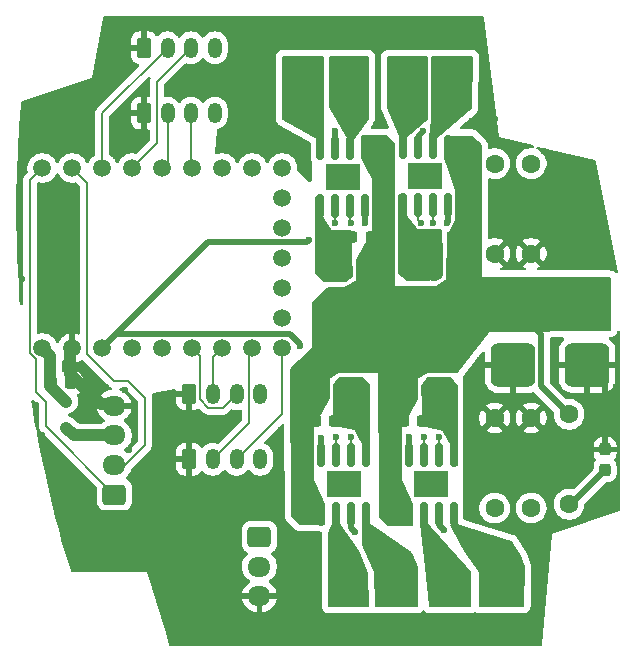
<source format=gbr>
%TF.GenerationSoftware,KiCad,Pcbnew,9.0.6*%
%TF.CreationDate,2026-01-30T21:11:36+09:00*%
%TF.ProjectId,v2_MotorDriver,76325f4d-6f74-46f7-9244-72697665722e,rev?*%
%TF.SameCoordinates,Original*%
%TF.FileFunction,Copper,L1,Top*%
%TF.FilePolarity,Positive*%
%FSLAX46Y46*%
G04 Gerber Fmt 4.6, Leading zero omitted, Abs format (unit mm)*
G04 Created by KiCad (PCBNEW 9.0.6) date 2026-01-30 21:11:36*
%MOMM*%
%LPD*%
G01*
G04 APERTURE LIST*
G04 Aperture macros list*
%AMRoundRect*
0 Rectangle with rounded corners*
0 $1 Rounding radius*
0 $2 $3 $4 $5 $6 $7 $8 $9 X,Y pos of 4 corners*
0 Add a 4 corners polygon primitive as box body*
4,1,4,$2,$3,$4,$5,$6,$7,$8,$9,$2,$3,0*
0 Add four circle primitives for the rounded corners*
1,1,$1+$1,$2,$3*
1,1,$1+$1,$4,$5*
1,1,$1+$1,$6,$7*
1,1,$1+$1,$8,$9*
0 Add four rect primitives between the rounded corners*
20,1,$1+$1,$2,$3,$4,$5,0*
20,1,$1+$1,$4,$5,$6,$7,0*
20,1,$1+$1,$6,$7,$8,$9,0*
20,1,$1+$1,$8,$9,$2,$3,0*%
G04 Aperture macros list end*
%TA.AperFunction,Conductor*%
%ADD10C,0.200000*%
%TD*%
%TA.AperFunction,ComponentPad*%
%ADD11RoundRect,0.250000X-0.350000X-0.625000X0.350000X-0.625000X0.350000X0.625000X-0.350000X0.625000X0*%
%TD*%
%TA.AperFunction,ComponentPad*%
%ADD12O,1.200000X1.750000*%
%TD*%
%TA.AperFunction,ComponentPad*%
%ADD13RoundRect,0.250000X-0.550000X0.550000X-0.550000X-0.550000X0.550000X-0.550000X0.550000X0.550000X0*%
%TD*%
%TA.AperFunction,ComponentPad*%
%ADD14C,1.600000*%
%TD*%
%TA.AperFunction,SMDPad,CuDef*%
%ADD15RoundRect,0.237500X0.300000X0.237500X-0.300000X0.237500X-0.300000X-0.237500X0.300000X-0.237500X0*%
%TD*%
%TA.AperFunction,ComponentPad*%
%ADD16RoundRect,0.760000X1.140000X-1.140000X1.140000X1.140000X-1.140000X1.140000X-1.140000X-1.140000X0*%
%TD*%
%TA.AperFunction,ComponentPad*%
%ADD17C,3.800000*%
%TD*%
%TA.AperFunction,ComponentPad*%
%ADD18RoundRect,0.250001X1.099999X1.099999X-1.099999X1.099999X-1.099999X-1.099999X1.099999X-1.099999X0*%
%TD*%
%TA.AperFunction,ComponentPad*%
%ADD19C,2.700000*%
%TD*%
%TA.AperFunction,SMDPad,CuDef*%
%ADD20RoundRect,0.237500X-0.300000X-0.237500X0.300000X-0.237500X0.300000X0.237500X-0.300000X0.237500X0*%
%TD*%
%TA.AperFunction,ComponentPad*%
%ADD21RoundRect,0.250000X0.725000X-0.600000X0.725000X0.600000X-0.725000X0.600000X-0.725000X-0.600000X0*%
%TD*%
%TA.AperFunction,ComponentPad*%
%ADD22O,1.950000X1.700000*%
%TD*%
%TA.AperFunction,ComponentPad*%
%ADD23RoundRect,0.250001X-1.099999X-1.099999X1.099999X-1.099999X1.099999X1.099999X-1.099999X1.099999X0*%
%TD*%
%TA.AperFunction,ComponentPad*%
%ADD24C,1.500000*%
%TD*%
%TA.AperFunction,SMDPad,CuDef*%
%ADD25RoundRect,0.125000X-0.125000X0.125000X-0.125000X-0.125000X0.125000X-0.125000X0.125000X0.125000X0*%
%TD*%
%TA.AperFunction,SMDPad,CuDef*%
%ADD26RoundRect,0.237500X-0.237500X0.287500X-0.237500X-0.287500X0.237500X-0.287500X0.237500X0.287500X0*%
%TD*%
%TA.AperFunction,ComponentPad*%
%ADD27RoundRect,0.250000X0.550000X-0.550000X0.550000X0.550000X-0.550000X0.550000X-0.550000X-0.550000X0*%
%TD*%
%TA.AperFunction,SMDPad,CuDef*%
%ADD28RoundRect,0.150000X-0.150000X0.825000X-0.150000X-0.825000X0.150000X-0.825000X0.150000X0.825000X0*%
%TD*%
%TA.AperFunction,HeatsinkPad*%
%ADD29C,0.500000*%
%TD*%
%TA.AperFunction,HeatsinkPad*%
%ADD30R,3.000000X2.290000*%
%TD*%
%TA.AperFunction,SMDPad,CuDef*%
%ADD31RoundRect,0.150000X0.150000X-0.825000X0.150000X0.825000X-0.150000X0.825000X-0.150000X-0.825000X0*%
%TD*%
%TA.AperFunction,ComponentPad*%
%ADD32RoundRect,0.250000X-0.725000X0.600000X-0.725000X-0.600000X0.725000X-0.600000X0.725000X0.600000X0*%
%TD*%
%TA.AperFunction,ComponentPad*%
%ADD33C,4.000000*%
%TD*%
%TA.AperFunction,ViaPad*%
%ADD34C,0.600000*%
%TD*%
%TA.AperFunction,Conductor*%
%ADD35C,1.000000*%
%TD*%
%TA.AperFunction,Conductor*%
%ADD36C,0.500000*%
%TD*%
G04 APERTURE END LIST*
D10*
%TO.N,Net-(M1-Pin_2)*%
X152044400Y-87898068D02*
X152044400Y-89509600D01*
X151536400Y-89523668D01*
X148640800Y-87898068D01*
X148640800Y-82665668D01*
X152044400Y-82665668D01*
X152044400Y-87898068D01*
%TA.AperFunction,Conductor*%
G36*
X152044400Y-87898068D02*
G01*
X152044400Y-89509600D01*
X151536400Y-89523668D01*
X148640800Y-87898068D01*
X148640800Y-82665668D01*
X152044400Y-82665668D01*
X152044400Y-87898068D01*
G37*
%TD.AperFunction*%
%TO.N,Net-(M4-Pin_2)*%
X159461200Y-124663200D02*
X160020000Y-125882400D01*
X159969200Y-129184400D01*
X156514800Y-129184400D01*
X156464000Y-126250308D01*
X155448000Y-123952000D01*
X155448000Y-122224800D01*
X155905200Y-122224800D01*
X159461200Y-124663200D01*
%TA.AperFunction,Conductor*%
G36*
X159461200Y-124663200D02*
G01*
X160020000Y-125882400D01*
X159969200Y-129184400D01*
X156514800Y-129184400D01*
X156464000Y-126250308D01*
X155448000Y-123952000D01*
X155448000Y-122224800D01*
X155905200Y-122224800D01*
X159461200Y-124663200D01*
G37*
%TD.AperFunction*%
%TO.N,Net-(M3-Pin_1)*%
X164490400Y-126238000D02*
X164490400Y-129184400D01*
X161086800Y-129184400D01*
X160782000Y-125882400D01*
X160375600Y-122174000D01*
X160832800Y-122174000D01*
X164490400Y-126238000D01*
%TA.AperFunction,Conductor*%
G36*
X164490400Y-126238000D02*
G01*
X164490400Y-129184400D01*
X161086800Y-129184400D01*
X160782000Y-125882400D01*
X160375600Y-122174000D01*
X160832800Y-122174000D01*
X164490400Y-126238000D01*
G37*
%TD.AperFunction*%
%TO.N,VCC*%
X165404800Y-90157300D02*
X165404800Y-104190800D01*
X160375600Y-104140000D01*
X160375600Y-102463600D01*
X161340800Y-102308020D01*
X162560000Y-101549200D01*
X162661600Y-97891600D01*
X163322000Y-96469200D01*
X163322000Y-93929200D01*
X162407600Y-91236800D01*
X162407600Y-89408000D01*
X164655500Y-89408000D01*
X165404800Y-90157300D01*
%TA.AperFunction,Conductor*%
G36*
X165404800Y-90157300D02*
G01*
X165404800Y-104190800D01*
X160375600Y-104140000D01*
X160375600Y-102463600D01*
X161340800Y-102308020D01*
X162560000Y-101549200D01*
X162661600Y-97891600D01*
X163322000Y-96469200D01*
X163322000Y-93929200D01*
X162407600Y-91236800D01*
X162407600Y-89408000D01*
X164655500Y-89408000D01*
X165404800Y-90157300D01*
G37*
%TD.AperFunction*%
X176326800Y-102209600D02*
X176377600Y-105765600D01*
X166116000Y-105867200D01*
X163423600Y-109321600D01*
X151282400Y-109321600D01*
X151231600Y-107289600D01*
X151231600Y-103479600D01*
X152501582Y-102202886D01*
X161442400Y-102155620D01*
X176326800Y-102209600D01*
%TA.AperFunction,Conductor*%
G36*
X176326800Y-102209600D02*
G01*
X176377600Y-105765600D01*
X166116000Y-105867200D01*
X163423600Y-109321600D01*
X151282400Y-109321600D01*
X151231600Y-107289600D01*
X151231600Y-103479600D01*
X152501582Y-102202886D01*
X161442400Y-102155620D01*
X176326800Y-102209600D01*
G37*
%TD.AperFunction*%
%TO.N,Net-(M3-Pin_2)*%
X167944800Y-123698000D02*
X168757600Y-124942600D01*
X169062400Y-125882400D01*
X169011600Y-129184400D01*
X165354000Y-129184400D01*
X165303200Y-126250308D01*
X164033200Y-124460000D01*
X162864800Y-122275600D01*
X163372800Y-122275600D01*
X167944800Y-123698000D01*
%TA.AperFunction,Conductor*%
G36*
X167944800Y-123698000D02*
G01*
X168757600Y-124942600D01*
X169062400Y-125882400D01*
X169011600Y-129184400D01*
X165354000Y-129184400D01*
X165303200Y-126250308D01*
X164033200Y-124460000D01*
X162864800Y-122275600D01*
X163372800Y-122275600D01*
X167944800Y-123698000D01*
G37*
%TD.AperFunction*%
%TO.N,GND*%
X151993600Y-96215200D02*
X152704800Y-97434400D01*
X154432000Y-97434400D01*
X154432000Y-99517200D01*
X154470100Y-101193601D01*
X153974715Y-101600000D01*
X152107878Y-101600000D01*
X151485600Y-100977722D01*
X151485600Y-94488000D01*
X151638000Y-94437200D01*
X151993600Y-96215200D01*
%TA.AperFunction,Conductor*%
G36*
X151993600Y-96215200D02*
G01*
X152704800Y-97434400D01*
X154432000Y-97434400D01*
X154432000Y-99517200D01*
X154470100Y-101193601D01*
X153974715Y-101600000D01*
X152107878Y-101600000D01*
X151485600Y-100977722D01*
X151485600Y-94488000D01*
X151638000Y-94437200D01*
X151993600Y-96215200D01*
G37*
%TD.AperFunction*%
%TO.N,Net-(M1-Pin_1)*%
X155853618Y-87884000D02*
X154685218Y-89509600D01*
X154126418Y-89509600D01*
X152654000Y-86918800D01*
X152653218Y-82651600D01*
X155853618Y-82651600D01*
X155853618Y-87884000D01*
%TA.AperFunction,Conductor*%
G36*
X155853618Y-87884000D02*
G01*
X154685218Y-89509600D01*
X154126418Y-89509600D01*
X152654000Y-86918800D01*
X152653218Y-82651600D01*
X155853618Y-82651600D01*
X155853618Y-87884000D01*
G37*
%TD.AperFunction*%
%TO.N,Net-(M4-Pin_1)*%
X155041600Y-124510800D02*
X155803600Y-126390400D01*
X155854400Y-129184400D01*
X152552400Y-129184400D01*
X152552400Y-122986800D01*
X152908000Y-122224800D01*
X153416000Y-122174000D01*
X155041600Y-124510800D01*
%TA.AperFunction,Conductor*%
G36*
X155041600Y-124510800D02*
G01*
X155803600Y-126390400D01*
X155854400Y-129184400D01*
X152552400Y-129184400D01*
X152552400Y-122986800D01*
X152908000Y-122224800D01*
X153416000Y-122174000D01*
X155041600Y-124510800D01*
G37*
%TD.AperFunction*%
%TO.N,VCC*%
X176326800Y-102209600D02*
X165455600Y-102209600D01*
X165404800Y-101346000D01*
X176326800Y-101346000D01*
X176326800Y-102209600D01*
%TA.AperFunction,Conductor*%
G36*
X176326800Y-102209600D02*
G01*
X165455600Y-102209600D01*
X165404800Y-101346000D01*
X176326800Y-101346000D01*
X176326800Y-102209600D01*
G37*
%TD.AperFunction*%
X162153600Y-109016800D02*
X161188400Y-109172380D01*
X160020000Y-109880400D01*
X160020000Y-111607600D01*
X158648400Y-114046000D01*
X158648400Y-118516400D01*
X159562800Y-120497600D01*
X159613600Y-122275600D01*
X157556200Y-122275600D01*
X156868067Y-121589804D01*
X156819600Y-107340400D01*
X162153600Y-107340400D01*
X162153600Y-109016800D01*
%TA.AperFunction,Conductor*%
G36*
X162153600Y-109016800D02*
G01*
X161188400Y-109172380D01*
X160020000Y-109880400D01*
X160020000Y-111607600D01*
X158648400Y-114046000D01*
X158648400Y-118516400D01*
X159562800Y-120497600D01*
X159613600Y-122275600D01*
X157556200Y-122275600D01*
X156868067Y-121589804D01*
X156819600Y-107340400D01*
X162153600Y-107340400D01*
X162153600Y-109016800D01*
G37*
%TD.AperFunction*%
%TO.N,GND*%
X155956000Y-110451878D02*
X155956000Y-117144800D01*
X155803600Y-117195600D01*
X155448000Y-115417600D01*
X154736800Y-114198400D01*
X153009600Y-113842800D01*
X153009600Y-112115600D01*
X152971500Y-110439199D01*
X153466885Y-109829600D01*
X155333722Y-109829600D01*
X155956000Y-110451878D01*
%TA.AperFunction,Conductor*%
G36*
X155956000Y-110451878D02*
G01*
X155956000Y-117144800D01*
X155803600Y-117195600D01*
X155448000Y-115417600D01*
X154736800Y-114198400D01*
X153009600Y-113842800D01*
X153009600Y-112115600D01*
X152971500Y-110439199D01*
X153466885Y-109829600D01*
X155333722Y-109829600D01*
X155956000Y-110451878D01*
G37*
%TD.AperFunction*%
%TO.N,VCC*%
X158089600Y-90043000D02*
X158089600Y-104140000D01*
X152755600Y-104140000D01*
X152755600Y-102463600D01*
X153720800Y-102308020D01*
X154889200Y-101600000D01*
X154889200Y-99872800D01*
X156260800Y-97434400D01*
X156260800Y-92964000D01*
X155346400Y-91236800D01*
X155346400Y-89357200D01*
X157403800Y-89357200D01*
X158089600Y-90043000D01*
%TA.AperFunction,Conductor*%
G36*
X158089600Y-90043000D02*
G01*
X158089600Y-104140000D01*
X152755600Y-104140000D01*
X152755600Y-102463600D01*
X153720800Y-102308020D01*
X154889200Y-101600000D01*
X154889200Y-99872800D01*
X156260800Y-97434400D01*
X156260800Y-92964000D01*
X155346400Y-91236800D01*
X155346400Y-89357200D01*
X157403800Y-89357200D01*
X158089600Y-90043000D01*
G37*
%TD.AperFunction*%
%TO.N,Net-(M2-Pin_1)*%
X164592000Y-87020400D02*
X161569465Y-89560400D01*
X161086800Y-89560400D01*
X161264665Y-87884000D01*
X161264665Y-82651600D01*
X164668265Y-82651600D01*
X164592000Y-87020400D01*
%TA.AperFunction,Conductor*%
G36*
X164592000Y-87020400D02*
G01*
X161569465Y-89560400D01*
X161086800Y-89560400D01*
X161264665Y-87884000D01*
X161264665Y-82651600D01*
X164668265Y-82651600D01*
X164592000Y-87020400D01*
G37*
%TD.AperFunction*%
%TO.N,Net-(M2-Pin_2)*%
X160859047Y-87898068D02*
X159081047Y-89422068D01*
X158597600Y-89357200D01*
X157557047Y-86969600D01*
X157557047Y-82665668D01*
X160859047Y-82665668D01*
X160859047Y-87898068D01*
%TA.AperFunction,Conductor*%
G36*
X160859047Y-87898068D02*
G01*
X159081047Y-89422068D01*
X158597600Y-89357200D01*
X157557047Y-86969600D01*
X157557047Y-82665668D01*
X160859047Y-82665668D01*
X160859047Y-87898068D01*
G37*
%TD.AperFunction*%
%TO.N,GND*%
X163423600Y-110502678D02*
X163423600Y-117195600D01*
X163271200Y-117246400D01*
X162915600Y-115468400D01*
X162204400Y-114249200D01*
X160426400Y-113792000D01*
X160477200Y-112166400D01*
X160439100Y-110489999D01*
X160934485Y-109880400D01*
X162801322Y-109880400D01*
X163423600Y-110502678D01*
%TA.AperFunction,Conductor*%
G36*
X163423600Y-110502678D02*
G01*
X163423600Y-117195600D01*
X163271200Y-117246400D01*
X162915600Y-115468400D01*
X162204400Y-114249200D01*
X160426400Y-113792000D01*
X160477200Y-112166400D01*
X160439100Y-110489999D01*
X160934485Y-109880400D01*
X162801322Y-109880400D01*
X163423600Y-110502678D01*
G37*
%TD.AperFunction*%
X159105600Y-96164400D02*
X160020000Y-97332800D01*
X162001200Y-97332800D01*
X162102800Y-99466400D01*
X162153600Y-101041200D01*
X160985115Y-101591388D01*
X159118278Y-101597847D01*
X158496000Y-100977718D01*
X158496000Y-94386400D01*
X158648400Y-94335600D01*
X159105600Y-96164400D01*
%TA.AperFunction,Conductor*%
G36*
X159105600Y-96164400D02*
G01*
X160020000Y-97332800D01*
X162001200Y-97332800D01*
X162102800Y-99466400D01*
X162153600Y-101041200D01*
X160985115Y-101591388D01*
X159118278Y-101597847D01*
X158496000Y-100977718D01*
X158496000Y-94386400D01*
X158648400Y-94335600D01*
X159105600Y-96164400D01*
G37*
%TD.AperFunction*%
%TO.N,VCC*%
X154686000Y-108966000D02*
X153720800Y-109121580D01*
X152552400Y-109829600D01*
X152552400Y-111556800D01*
X151180800Y-113995200D01*
X151180800Y-118465600D01*
X152146000Y-120497600D01*
X152146000Y-122224800D01*
X150088600Y-122224800D01*
X149400152Y-121539005D01*
X149352000Y-109067600D01*
X151231600Y-107289600D01*
X154686000Y-107289600D01*
X154686000Y-108966000D01*
%TA.AperFunction,Conductor*%
G36*
X154686000Y-108966000D02*
G01*
X153720800Y-109121580D01*
X152552400Y-109829600D01*
X152552400Y-111556800D01*
X151180800Y-113995200D01*
X151180800Y-118465600D01*
X152146000Y-120497600D01*
X152146000Y-122224800D01*
X150088600Y-122224800D01*
X149400152Y-121539005D01*
X149352000Y-109067600D01*
X151231600Y-107289600D01*
X154686000Y-107289600D01*
X154686000Y-108966000D01*
G37*
%TD.AperFunction*%
%TD*%
D11*
%TO.P,E3,1,Pin_1*%
%TO.N,GND*%
X140716000Y-116738400D03*
D12*
%TO.P,E3,2,Pin_2*%
%TO.N,15*%
X142716000Y-116738400D03*
%TO.P,E3,3,Pin_3*%
%TO.N,14*%
X144716000Y-116738400D03*
%TO.P,E3,4,Pin_4*%
%TO.N,+3V3*%
X146716000Y-116738400D03*
%TD*%
D13*
%TO.P,C4,1*%
%TO.N,VCC*%
X153720800Y-108102400D03*
D14*
%TO.P,C4,2*%
%TO.N,GND*%
X153720800Y-110602400D03*
%TD*%
%TO.P,R5,1*%
%TO.N,Net-(TB67H3-RS)*%
X169672000Y-120853200D03*
%TO.P,R5,2*%
%TO.N,GND*%
X169672000Y-113233200D03*
%TD*%
D15*
%TO.P,C9,1*%
%TO.N,GND*%
X130708400Y-110286800D03*
%TO.P,C9,2*%
%TO.N,Net-(D1-K)*%
X128983400Y-110286800D03*
%TD*%
D16*
%TO.P,MP1,1,Pin_1*%
%TO.N,GND*%
X168122600Y-108748200D03*
D17*
%TO.P,MP1,2,Pin_2*%
%TO.N,VCC*%
X168122600Y-103748200D03*
%TD*%
D18*
%TO.P,M2,1,Pin_1*%
%TO.N,Net-(M2-Pin_1)*%
X163098365Y-84370000D03*
D19*
%TO.P,M2,2,Pin_2*%
%TO.N,Net-(M2-Pin_2)*%
X159138365Y-84370000D03*
%TD*%
D14*
%TO.P,R6,1*%
%TO.N,Net-(TB67H4-RS)*%
X166573200Y-120853200D03*
%TO.P,R6,2*%
%TO.N,GND*%
X166573200Y-113233200D03*
%TD*%
D20*
%TO.P,C6,1*%
%TO.N,GND*%
X161343000Y-97891600D03*
%TO.P,C6,2*%
%TO.N,VCC*%
X163068000Y-97891600D03*
%TD*%
D21*
%TO.P,J6,1,Pin_1*%
%TO.N,Net-(J6-Pin_1)*%
X134366000Y-119717200D03*
D22*
%TO.P,J6,2,Pin_2*%
%TO.N,Net-(J6-Pin_2)*%
X134366000Y-117217200D03*
%TO.P,J6,3,Pin_3*%
%TO.N,Net-(D1-A)*%
X134366000Y-114717200D03*
%TO.P,J6,4,Pin_4*%
%TO.N,GND*%
X134366000Y-112217200D03*
%TD*%
D13*
%TO.P,C3,1*%
%TO.N,VCC*%
X161391600Y-108102400D03*
D14*
%TO.P,C3,2*%
%TO.N,GND*%
X161391600Y-110602400D03*
%TD*%
%TO.P,R3,1*%
%TO.N,Net-(TB67H1-RS)*%
X166573200Y-91694000D03*
%TO.P,R3,2*%
%TO.N,GND*%
X166573200Y-99314000D03*
%TD*%
D23*
%TO.P,M4,1,Pin_1*%
%TO.N,Net-(M4-Pin_1)*%
X154198500Y-127618400D03*
D19*
%TO.P,M4,2,Pin_2*%
%TO.N,Net-(M4-Pin_2)*%
X158158500Y-127618400D03*
%TD*%
D24*
%TO.P,RP2040_Zero1,1,0*%
%TO.N,Net-(J6-Pin_1)*%
X128270000Y-92075000D03*
%TO.P,RP2040_Zero1,2,1*%
%TO.N,Net-(J6-Pin_2)*%
X130810000Y-92075000D03*
%TO.P,RP2040_Zero1,3,2*%
%TO.N,2*%
X133350000Y-92075000D03*
%TO.P,RP2040_Zero1,4,3*%
%TO.N,3*%
X135890000Y-92075000D03*
%TO.P,RP2040_Zero1,5,4*%
%TO.N,4*%
X138430000Y-92075000D03*
%TO.P,RP2040_Zero1,6,5*%
%TO.N,5*%
X140970000Y-92075000D03*
%TO.P,RP2040_Zero1,7,6*%
%TO.N,Net-(RP2040_Zero1-6)*%
X143510000Y-92075000D03*
%TO.P,RP2040_Zero1,8,7*%
%TO.N,Net-(RP2040_Zero1-7)*%
X146050000Y-92075000D03*
%TO.P,RP2040_Zero1,9,8*%
%TO.N,Net-(RP2040_Zero1-8)*%
X148590000Y-92075000D03*
%TO.P,RP2040_Zero1,10,9*%
%TO.N,Net-(RP2040_Zero1-9)*%
X148590000Y-94615000D03*
%TO.P,RP2040_Zero1,11,10*%
%TO.N,Net-(RP2040_Zero1-10)*%
X148590000Y-97155000D03*
%TO.P,RP2040_Zero1,12,11*%
%TO.N,Net-(RP2040_Zero1-11)*%
X148590000Y-99695000D03*
%TO.P,RP2040_Zero1,13,12*%
%TO.N,Net-(RP2040_Zero1-12)*%
X148590000Y-102235000D03*
%TO.P,RP2040_Zero1,14,13*%
%TO.N,Net-(RP2040_Zero1-13)*%
X148590000Y-104775000D03*
%TO.P,RP2040_Zero1,15,14*%
%TO.N,14*%
X148590000Y-107315000D03*
%TO.P,RP2040_Zero1,16,15*%
%TO.N,15*%
X146050000Y-107315000D03*
%TO.P,RP2040_Zero1,17,26*%
%TO.N,26*%
X143510000Y-107315000D03*
%TO.P,RP2040_Zero1,18,27*%
%TO.N,27*%
X140970000Y-107315000D03*
%TO.P,RP2040_Zero1,19,28*%
%TO.N,Net-(BLC_Sign1-Pin_1)*%
X138430000Y-107315000D03*
%TO.P,RP2040_Zero1,20,29*%
%TO.N,unconnected-(RP2040_Zero1-29-Pad20)*%
X135890000Y-107315000D03*
%TO.P,RP2040_Zero1,21,3V3*%
%TO.N,+3V3*%
X133350000Y-107315000D03*
%TO.P,RP2040_Zero1,22,GND*%
%TO.N,GND*%
X130810000Y-107315000D03*
%TO.P,RP2040_Zero1,23,5V*%
%TO.N,Net-(D1-K)*%
X128270000Y-107315000D03*
%TD*%
D11*
%TO.P,E1,1,Pin_1*%
%TO.N,GND*%
X136875000Y-87426800D03*
D12*
%TO.P,E1,2,Pin_2*%
%TO.N,4*%
X138875000Y-87426800D03*
%TO.P,E1,3,Pin_3*%
%TO.N,5*%
X140875000Y-87426800D03*
%TO.P,E1,4,Pin_4*%
%TO.N,+3V3*%
X142875000Y-87426800D03*
%TD*%
D25*
%TO.P,D1,1,K*%
%TO.N,Net-(D1-K)*%
X130302000Y-111879200D03*
%TO.P,D1,2,A*%
%TO.N,Net-(D1-A)*%
X130302000Y-114079200D03*
%TD*%
D26*
%TO.P,D2,1,K*%
%TO.N,GND*%
X175920400Y-115902800D03*
%TO.P,D2,2,A*%
%TO.N,Net-(D2-A)*%
X175920400Y-117652800D03*
%TD*%
D27*
%TO.P,C1,1*%
%TO.N,VCC*%
X153720800Y-103388800D03*
D14*
%TO.P,C1,2*%
%TO.N,GND*%
X153720800Y-100888800D03*
%TD*%
D27*
%TO.P,C2,1*%
%TO.N,VCC*%
X161442400Y-103338000D03*
D14*
%TO.P,C2,2*%
%TO.N,GND*%
X161442400Y-100838000D03*
%TD*%
%TO.P,R2,1*%
%TO.N,Net-(D2-A)*%
X172872400Y-120548400D03*
%TO.P,R2,2*%
%TO.N,VCC*%
X172872400Y-112928400D03*
%TD*%
D28*
%TO.P,TB67H3,1,GND*%
%TO.N,GND*%
X163105400Y-116385800D03*
%TO.P,TB67H3,2,IN2*%
%TO.N,Net-(RP2040_Zero1-10)*%
X161835400Y-116385800D03*
%TO.P,TB67H3,3,IN1*%
%TO.N,Net-(RP2040_Zero1-11)*%
X160565400Y-116385800D03*
%TO.P,TB67H3,4,VREF*%
%TO.N,+3V3*%
X159295400Y-116385800D03*
%TO.P,TB67H3,5,VM*%
%TO.N,VCC*%
X159295400Y-121335800D03*
%TO.P,TB67H3,6,OUT1*%
%TO.N,Net-(M3-Pin_1)*%
X160565400Y-121335800D03*
%TO.P,TB67H3,7,RS*%
%TO.N,Net-(TB67H3-RS)*%
X161835400Y-121335800D03*
%TO.P,TB67H3,8,OUT2*%
%TO.N,Net-(M3-Pin_2)*%
X163105400Y-121335800D03*
D29*
%TO.P,TB67H3,9,GND(PAD)*%
%TO.N,GND*%
X162200400Y-118210800D03*
X161200400Y-118210800D03*
X160200400Y-118210800D03*
D30*
X161200400Y-118860800D03*
D29*
X162200400Y-119510800D03*
X161200400Y-119510800D03*
X160200400Y-119510800D03*
%TD*%
D14*
%TO.P,R4,1*%
%TO.N,Net-(TB67H2-RS)*%
X169672000Y-91694000D03*
%TO.P,R4,2*%
%TO.N,GND*%
X169672000Y-99314000D03*
%TD*%
D11*
%TO.P,E2,1,Pin_1*%
%TO.N,GND*%
X136875000Y-81889600D03*
D12*
%TO.P,E2,2,Pin_2*%
%TO.N,2*%
X138875000Y-81889600D03*
%TO.P,E2,3,Pin_3*%
%TO.N,3*%
X140875000Y-81889600D03*
%TO.P,E2,4,Pin_4*%
%TO.N,+3V3*%
X142875000Y-81889600D03*
%TD*%
D31*
%TO.P,TB67H2,1,GND*%
%TO.N,GND*%
X158800800Y-95235800D03*
%TO.P,TB67H2,2,IN2*%
%TO.N,Net-(RP2040_Zero1-8)*%
X160070800Y-95235800D03*
%TO.P,TB67H2,3,IN1*%
%TO.N,Net-(RP2040_Zero1-9)*%
X161340800Y-95235800D03*
%TO.P,TB67H2,4,VREF*%
%TO.N,+3V3*%
X162610800Y-95235800D03*
%TO.P,TB67H2,5,VM*%
%TO.N,VCC*%
X162610800Y-90285800D03*
%TO.P,TB67H2,6,OUT1*%
%TO.N,Net-(M2-Pin_1)*%
X161340800Y-90285800D03*
%TO.P,TB67H2,7,RS*%
%TO.N,Net-(TB67H2-RS)*%
X160070800Y-90285800D03*
%TO.P,TB67H2,8,OUT2*%
%TO.N,Net-(M2-Pin_2)*%
X158800800Y-90285800D03*
D29*
%TO.P,TB67H2,9,GND(PAD)*%
%TO.N,GND*%
X159705800Y-93410800D03*
X160705800Y-93410800D03*
X161705800Y-93410800D03*
D30*
X160705800Y-92760800D03*
D29*
X159705800Y-92110800D03*
X160705800Y-92110800D03*
X161705800Y-92110800D03*
%TD*%
D31*
%TO.P,TB67H1,1,GND*%
%TO.N,GND*%
X151815800Y-95300800D03*
%TO.P,TB67H1,2,IN2*%
%TO.N,Net-(RP2040_Zero1-6)*%
X153085800Y-95300800D03*
%TO.P,TB67H1,3,IN1*%
%TO.N,Net-(RP2040_Zero1-7)*%
X154355800Y-95300800D03*
%TO.P,TB67H1,4,VREF*%
%TO.N,+3V3*%
X155625800Y-95300800D03*
%TO.P,TB67H1,5,VM*%
%TO.N,VCC*%
X155625800Y-90350800D03*
%TO.P,TB67H1,6,OUT1*%
%TO.N,Net-(M1-Pin_1)*%
X154355800Y-90350800D03*
%TO.P,TB67H1,7,RS*%
%TO.N,Net-(TB67H1-RS)*%
X153085800Y-90350800D03*
%TO.P,TB67H1,8,OUT2*%
%TO.N,Net-(M1-Pin_2)*%
X151815800Y-90350800D03*
D29*
%TO.P,TB67H1,9,GND(PAD)*%
%TO.N,GND*%
X152720800Y-93475800D03*
X153720800Y-93475800D03*
X154720800Y-93475800D03*
D30*
X153720800Y-92825800D03*
D29*
X152720800Y-92175800D03*
X153720800Y-92175800D03*
X154720800Y-92175800D03*
%TD*%
D15*
%TO.P,C8,1*%
%TO.N,GND*%
X153058200Y-113487200D03*
%TO.P,C8,2*%
%TO.N,VCC*%
X151333200Y-113487200D03*
%TD*%
D20*
%TO.P,C5,1*%
%TO.N,GND*%
X154434200Y-97891600D03*
%TO.P,C5,2*%
%TO.N,VCC*%
X156159200Y-97891600D03*
%TD*%
D15*
%TO.P,C7,1*%
%TO.N,GND*%
X160525800Y-113487200D03*
%TO.P,C7,2*%
%TO.N,VCC*%
X158800800Y-113487200D03*
%TD*%
D23*
%TO.P,M3,1,Pin_1*%
%TO.N,Net-(M3-Pin_1)*%
X163088500Y-127618400D03*
D19*
%TO.P,M3,2,Pin_2*%
%TO.N,Net-(M3-Pin_2)*%
X167048500Y-127618400D03*
%TD*%
D28*
%TO.P,TB67H4,1,GND*%
%TO.N,GND*%
X155688600Y-116385800D03*
%TO.P,TB67H4,2,IN2*%
%TO.N,Net-(RP2040_Zero1-12)*%
X154418600Y-116385800D03*
%TO.P,TB67H4,3,IN1*%
%TO.N,Net-(RP2040_Zero1-13)*%
X153148600Y-116385800D03*
%TO.P,TB67H4,4,VREF*%
%TO.N,+3V3*%
X151878600Y-116385800D03*
%TO.P,TB67H4,5,VM*%
%TO.N,VCC*%
X151878600Y-121335800D03*
%TO.P,TB67H4,6,OUT1*%
%TO.N,Net-(M4-Pin_1)*%
X153148600Y-121335800D03*
%TO.P,TB67H4,7,RS*%
%TO.N,Net-(TB67H4-RS)*%
X154418600Y-121335800D03*
%TO.P,TB67H4,8,OUT2*%
%TO.N,Net-(M4-Pin_2)*%
X155688600Y-121335800D03*
D29*
%TO.P,TB67H4,9,GND(PAD)*%
%TO.N,GND*%
X154783600Y-118210800D03*
X153783600Y-118210800D03*
X152783600Y-118210800D03*
D30*
X153783600Y-118860800D03*
D29*
X154783600Y-119510800D03*
X153783600Y-119510800D03*
X152783600Y-119510800D03*
%TD*%
D18*
%TO.P,M1,1,Pin_1*%
%TO.N,Net-(M1-Pin_1)*%
X154182118Y-84370000D03*
D19*
%TO.P,M1,2,Pin_2*%
%TO.N,Net-(M1-Pin_2)*%
X150222118Y-84370000D03*
%TD*%
D32*
%TO.P,BLC_Sign1,1,Pin_1*%
%TO.N,Net-(BLC_Sign1-Pin_1)*%
X146659600Y-123320800D03*
D22*
%TO.P,BLC_Sign1,2,Pin_2*%
%TO.N,unconnected-(BLC_Sign1-Pin_2-Pad2)*%
X146659600Y-125820800D03*
%TO.P,BLC_Sign1,3,Pin_3*%
%TO.N,GND*%
X146659600Y-128320800D03*
%TD*%
D11*
%TO.P,E4,1,Pin_1*%
%TO.N,GND*%
X140716000Y-111201200D03*
D12*
%TO.P,E4,2,Pin_2*%
%TO.N,26*%
X142716000Y-111201200D03*
%TO.P,E4,3,Pin_3*%
%TO.N,27*%
X144716000Y-111201200D03*
%TO.P,E4,4,Pin_4*%
%TO.N,+3V3*%
X146716000Y-111201200D03*
%TD*%
D16*
%TO.P,BLC_Pow1,1,Pin_1*%
%TO.N,GND*%
X174396400Y-108733600D03*
D33*
%TO.P,BLC_Pow1,2,Pin_2*%
%TO.N,VCC*%
X174396400Y-103733600D03*
%TD*%
D34*
%TO.N,GND*%
X132384800Y-86512400D03*
X166573200Y-87884000D03*
X143306800Y-121259600D03*
X131318000Y-125323600D03*
X134061200Y-80314800D03*
X127914400Y-87071200D03*
X145694400Y-85090000D03*
X149199600Y-80518000D03*
X164541200Y-80264000D03*
X171805600Y-94488000D03*
X170281600Y-124358400D03*
X171500800Y-118059200D03*
X167792400Y-115570000D03*
X160629600Y-130810000D03*
X167487600Y-131013200D03*
X153720800Y-131521200D03*
X140106400Y-129082800D03*
X135737600Y-123139200D03*
X132435600Y-119227600D03*
X128219200Y-114706400D03*
X127762000Y-112115600D03*
X129438400Y-99720400D03*
X148488400Y-121513600D03*
X146862800Y-121716800D03*
X143967200Y-86055200D03*
X143306800Y-89052400D03*
X143306800Y-90576400D03*
X166319200Y-97637600D03*
X141427200Y-112826800D03*
X151536400Y-123139200D03*
X145186400Y-124764800D03*
X150774400Y-90271600D03*
X133654800Y-110642400D03*
X131521200Y-108864400D03*
X135280400Y-110845600D03*
X135585200Y-115925600D03*
X133146800Y-113487200D03*
X130962400Y-112979200D03*
X126644400Y-92303600D03*
X126542800Y-101447600D03*
X129590800Y-106426000D03*
X129590800Y-92964000D03*
X132130800Y-91084400D03*
X135940800Y-83362800D03*
X141833600Y-83261200D03*
X139801600Y-86004400D03*
X139852400Y-80467200D03*
X147320000Y-91084400D03*
X150774400Y-92760800D03*
X156565600Y-82092800D03*
X156514800Y-88442800D03*
X157175200Y-88392000D03*
X164693600Y-88087200D03*
X176580800Y-100482400D03*
X170789600Y-90627200D03*
X168097200Y-91643200D03*
X166370000Y-93370400D03*
X171043600Y-100380800D03*
X168554400Y-100380800D03*
X167690800Y-100380800D03*
X169773600Y-111455200D03*
X165354000Y-108305600D03*
X176834800Y-110642400D03*
X171602400Y-109982000D03*
X176834800Y-106578400D03*
X171754800Y-106883200D03*
X176072800Y-119075200D03*
X174701200Y-116789200D03*
X164338000Y-113080800D03*
X164236400Y-120599200D03*
X147878800Y-129946400D03*
X148132800Y-124764800D03*
X135890000Y-118313200D03*
X145694400Y-118160800D03*
X148488400Y-114249200D03*
X141782800Y-115316000D03*
X144881600Y-112928400D03*
X137922000Y-111455200D03*
X137058400Y-89611200D03*
X134551000Y-91084400D03*
X134315200Y-87833200D03*
X136875000Y-85293200D03*
%TO.N,+3V3*%
X155610000Y-96723200D03*
X151892000Y-114909600D03*
X159308800Y-114858800D03*
X150885600Y-98196400D03*
X150073635Y-107107165D03*
X162555352Y-96695640D03*
%TO.N,Net-(TB67H1-RS)*%
X153060400Y-88950800D03*
%TO.N,Net-(TB67H2-RS)*%
X160528431Y-88971700D03*
%TO.N,Net-(TB67H3-RS)*%
X162255200Y-122732800D03*
%TO.N,Net-(TB67H4-RS)*%
X154736800Y-122885200D03*
%TO.N,Net-(RP2040_Zero1-7)*%
X154381200Y-96723200D03*
%TO.N,Net-(RP2040_Zero1-8)*%
X160323130Y-96732800D03*
%TO.N,Net-(RP2040_Zero1-13)*%
X153162000Y-114858800D03*
%TO.N,Net-(RP2040_Zero1-11)*%
X160578800Y-114858800D03*
%TO.N,Net-(RP2040_Zero1-12)*%
X154381200Y-114858800D03*
%TO.N,Net-(RP2040_Zero1-6)*%
X153060400Y-96723200D03*
%TO.N,Net-(RP2040_Zero1-9)*%
X161391600Y-96732800D03*
%TO.N,Net-(RP2040_Zero1-10)*%
X161848800Y-114858800D03*
%TD*%
D35*
%TO.N,GND*%
X130656500Y-107468500D02*
X130810000Y-107315000D01*
X133205700Y-112074000D02*
X134222800Y-112074000D01*
D36*
X175920400Y-115902800D02*
X175920400Y-110257600D01*
D35*
X133205700Y-112074000D02*
X130656500Y-109524800D01*
X134222800Y-112074000D02*
X134366000Y-112217200D01*
X130656500Y-109524800D02*
X130656500Y-107468500D01*
D36*
X175920400Y-110257600D02*
X174396400Y-108733600D01*
%TO.N,VCC*%
X168122600Y-103748200D02*
X170473600Y-106099200D01*
X170473600Y-106099200D02*
X170473600Y-110529600D01*
X170473600Y-110529600D02*
X172872400Y-112928400D01*
%TO.N,Net-(D2-A)*%
X172872400Y-120548400D02*
X173024800Y-120548400D01*
X173024800Y-120548400D02*
X175920400Y-117652800D01*
%TO.N,+3V3*%
X150726000Y-98356000D02*
X142309000Y-98356000D01*
X162610800Y-95235800D02*
X162610800Y-96640192D01*
X155625800Y-96707400D02*
X155610000Y-96723200D01*
X142309000Y-98356000D02*
X134551000Y-106114000D01*
X150073635Y-107107165D02*
X150073635Y-106962164D01*
X162610800Y-96640192D02*
X162555352Y-96695640D01*
X155625800Y-95300800D02*
X155625800Y-96707400D01*
X150885600Y-98196400D02*
X150726000Y-98356000D01*
X151878600Y-116385800D02*
X151878600Y-114923000D01*
X134551000Y-106114000D02*
X133350000Y-107315000D01*
X149225471Y-106114000D02*
X134551000Y-106114000D01*
X150073635Y-106962164D02*
X149225471Y-106114000D01*
X159295400Y-116385800D02*
X159295400Y-114872200D01*
X159295400Y-114872200D02*
X159308800Y-114858800D01*
X151878600Y-114923000D02*
X151892000Y-114909600D01*
D10*
%TO.N,5*%
X140875000Y-91980000D02*
X140970000Y-92075000D01*
X140875000Y-87426800D02*
X140875000Y-91980000D01*
%TO.N,4*%
X138875000Y-91630000D02*
X138430000Y-92075000D01*
X138875000Y-87426800D02*
X138875000Y-91630000D01*
%TO.N,3*%
X137974000Y-84790600D02*
X137974000Y-89991000D01*
X140875000Y-81889600D02*
X137974000Y-84790600D01*
X137974000Y-89991000D02*
X135890000Y-92075000D01*
%TO.N,2*%
X133350000Y-87414600D02*
X133350000Y-92075000D01*
X138875000Y-81889600D02*
X133350000Y-87414600D01*
%TO.N,14*%
X144716000Y-116738400D02*
X148590000Y-112864400D01*
X148590000Y-112864400D02*
X148590000Y-107315000D01*
%TO.N,15*%
X145815000Y-107550000D02*
X146050000Y-107315000D01*
X142716000Y-116738400D02*
X145815000Y-113639400D01*
X145815000Y-113639400D02*
X145815000Y-107550000D01*
%TO.N,26*%
X142716000Y-108109000D02*
X143510000Y-107315000D01*
X142716000Y-111201200D02*
X142716000Y-108109000D01*
%TO.N,27*%
X144716000Y-111201200D02*
X143540000Y-112377200D01*
X141617000Y-107962000D02*
X140970000Y-107315000D01*
X142342794Y-112377200D02*
X141617000Y-111651406D01*
X141617000Y-111651406D02*
X141617000Y-107962000D01*
X143540000Y-112377200D02*
X142342794Y-112377200D01*
D36*
%TO.N,Net-(TB67H1-RS)*%
X153085800Y-88976200D02*
X153060400Y-88950800D01*
X153085800Y-90350800D02*
X153085800Y-88976200D01*
%TO.N,Net-(TB67H2-RS)*%
X160070800Y-89429331D02*
X160528431Y-88971700D01*
X160070800Y-90285800D02*
X160070800Y-89429331D01*
%TO.N,Net-(TB67H3-RS)*%
X161835400Y-122313000D02*
X162255200Y-122732800D01*
X161835400Y-121335800D02*
X161835400Y-122313000D01*
%TO.N,Net-(TB67H4-RS)*%
X154418600Y-122567000D02*
X154736800Y-122885200D01*
X154418600Y-121335800D02*
X154418600Y-122567000D01*
D10*
%TO.N,Net-(RP2040_Zero1-7)*%
X154355800Y-95300800D02*
X154355800Y-96697800D01*
X154355800Y-96697800D02*
X154381200Y-96723200D01*
%TO.N,Net-(RP2040_Zero1-8)*%
X160070800Y-95235800D02*
X160070800Y-96480470D01*
X160070800Y-96480470D02*
X160323130Y-96732800D01*
%TO.N,Net-(RP2040_Zero1-13)*%
X153148600Y-114872200D02*
X153162000Y-114858800D01*
X153148600Y-116385800D02*
X153148600Y-114872200D01*
%TO.N,Net-(RP2040_Zero1-11)*%
X160565400Y-114872200D02*
X160578800Y-114858800D01*
X148590000Y-99967767D02*
X148590000Y-99695000D01*
X160565400Y-116385800D02*
X160565400Y-114872200D01*
%TO.N,Net-(RP2040_Zero1-12)*%
X154418600Y-114896200D02*
X154381200Y-114858800D01*
X154418600Y-116385800D02*
X154418600Y-114896200D01*
%TO.N,Net-(RP2040_Zero1-6)*%
X153085800Y-96697800D02*
X153060400Y-96723200D01*
X153085800Y-95300800D02*
X153085800Y-96697800D01*
%TO.N,Net-(RP2040_Zero1-9)*%
X161340800Y-95235800D02*
X161340800Y-96682000D01*
X161340800Y-96682000D02*
X161391600Y-96732800D01*
%TO.N,Net-(RP2040_Zero1-10)*%
X161835400Y-116385800D02*
X161835400Y-114872200D01*
X161835400Y-114872200D02*
X161848800Y-114858800D01*
D35*
%TO.N,Net-(D1-A)*%
X130940000Y-114717200D02*
X134366000Y-114717200D01*
X130302000Y-114079200D02*
X130940000Y-114717200D01*
%TO.N,Net-(D1-K)*%
X128931500Y-110508700D02*
X128931500Y-109524800D01*
X128931500Y-109524800D02*
X128931500Y-107976500D01*
X130302000Y-111879200D02*
X128931500Y-110508700D01*
X128931500Y-107976500D02*
X128270000Y-107315000D01*
D10*
%TO.N,Net-(J6-Pin_2)*%
X136956800Y-111520640D02*
X135519760Y-110083600D01*
X134315200Y-110083600D02*
X132080000Y-107848400D01*
X136956800Y-115516200D02*
X135255800Y-117217200D01*
X132080000Y-107848400D02*
X132080000Y-93345000D01*
X136956800Y-115516200D02*
X136956800Y-111520640D01*
X132080000Y-93345000D02*
X130810000Y-92075000D01*
X135519760Y-110083600D02*
X134315200Y-110083600D01*
X135255800Y-117217200D02*
X134366000Y-117217200D01*
%TO.N,Net-(J6-Pin_1)*%
X128574800Y-113926000D02*
X134366000Y-119717200D01*
X127711200Y-111048800D02*
X128574800Y-111912400D01*
X128574800Y-111912400D02*
X128574800Y-113926000D01*
X127219000Y-93126000D02*
X127219000Y-107750339D01*
X127711200Y-108242539D02*
X127711200Y-111048800D01*
X128270000Y-92075000D02*
X127219000Y-93126000D01*
X127219000Y-107750339D02*
X127711200Y-108242539D01*
%TD*%
%TA.AperFunction,Conductor*%
%TO.N,GND*%
G36*
X177143301Y-105847989D02*
G01*
X177191637Y-105898441D01*
X177205557Y-105955569D01*
X177199941Y-120976858D01*
X177180231Y-121043890D01*
X177127410Y-121089626D01*
X177116783Y-121093893D01*
X171399200Y-123088400D01*
X170565758Y-132431717D01*
X170540194Y-132496743D01*
X170483534Y-132537625D01*
X170442248Y-132544700D01*
X139148341Y-132544700D01*
X139081302Y-132525015D01*
X139035547Y-132472211D01*
X139029862Y-132457289D01*
X138713943Y-131434312D01*
X137109200Y-126238000D01*
X137109198Y-126237999D01*
X130801601Y-126278535D01*
X130734436Y-126259282D01*
X130688343Y-126206773D01*
X130682447Y-126191520D01*
X130665424Y-126137039D01*
X130448098Y-125441506D01*
X130447421Y-125439263D01*
X130352296Y-125112984D01*
X129898537Y-123556592D01*
X129897932Y-123554441D01*
X129658581Y-122670783D01*
X145184100Y-122670783D01*
X145184100Y-123970801D01*
X145184101Y-123970818D01*
X145194600Y-124073596D01*
X145194601Y-124073599D01*
X145249785Y-124240131D01*
X145249787Y-124240136D01*
X145341889Y-124389457D01*
X145465944Y-124513512D01*
X145620720Y-124608978D01*
X145667445Y-124660926D01*
X145678668Y-124729888D01*
X145650824Y-124793971D01*
X145643306Y-124802198D01*
X145504489Y-124941015D01*
X145379551Y-125112979D01*
X145283044Y-125302385D01*
X145217353Y-125504560D01*
X145184100Y-125714513D01*
X145184100Y-125927087D01*
X145217354Y-126137043D01*
X145263519Y-126279125D01*
X145283044Y-126339214D01*
X145379551Y-126528620D01*
X145504490Y-126700586D01*
X145654809Y-126850905D01*
X145654814Y-126850909D01*
X145819818Y-126970791D01*
X145862484Y-127026120D01*
X145868463Y-127095734D01*
X145835858Y-127157529D01*
X145819818Y-127171427D01*
X145655140Y-127291072D01*
X145655135Y-127291076D01*
X145504876Y-127441335D01*
X145504872Y-127441340D01*
X145379979Y-127613242D01*
X145283504Y-127802582D01*
X145217842Y-128004670D01*
X145217842Y-128004673D01*
X145207369Y-128070800D01*
X146255454Y-128070800D01*
X146216970Y-128137457D01*
X146184600Y-128258265D01*
X146184600Y-128383335D01*
X146216970Y-128504143D01*
X146255454Y-128570800D01*
X145207369Y-128570800D01*
X145217842Y-128636926D01*
X145217842Y-128636929D01*
X145283504Y-128839017D01*
X145379979Y-129028357D01*
X145504872Y-129200259D01*
X145504876Y-129200264D01*
X145655135Y-129350523D01*
X145655140Y-129350527D01*
X145827042Y-129475420D01*
X146016382Y-129571895D01*
X146218472Y-129637557D01*
X146409600Y-129667829D01*
X146409600Y-128724945D01*
X146476257Y-128763430D01*
X146597065Y-128795800D01*
X146722135Y-128795800D01*
X146842943Y-128763430D01*
X146909600Y-128724945D01*
X146909600Y-129667828D01*
X147100727Y-129637557D01*
X147302817Y-129571895D01*
X147492157Y-129475420D01*
X147664059Y-129350527D01*
X147664064Y-129350523D01*
X147814323Y-129200264D01*
X147814327Y-129200259D01*
X147939220Y-129028357D01*
X148035695Y-128839017D01*
X148101357Y-128636929D01*
X148101357Y-128636926D01*
X148111831Y-128570800D01*
X147063746Y-128570800D01*
X147102230Y-128504143D01*
X147134600Y-128383335D01*
X147134600Y-128258265D01*
X147102230Y-128137457D01*
X147063746Y-128070800D01*
X148111831Y-128070800D01*
X148101357Y-128004673D01*
X148101357Y-128004670D01*
X148035695Y-127802582D01*
X147939220Y-127613242D01*
X147814327Y-127441340D01*
X147814323Y-127441335D01*
X147664064Y-127291076D01*
X147664059Y-127291072D01*
X147499381Y-127171427D01*
X147456715Y-127116097D01*
X147450736Y-127046484D01*
X147483341Y-126984689D01*
X147499376Y-126970794D01*
X147664392Y-126850904D01*
X147814704Y-126700592D01*
X147814706Y-126700588D01*
X147814709Y-126700586D01*
X147939648Y-126528620D01*
X147939647Y-126528620D01*
X147939651Y-126528616D01*
X148036157Y-126339212D01*
X148101846Y-126137043D01*
X148135100Y-125927087D01*
X148135100Y-125714513D01*
X148101846Y-125504557D01*
X148036157Y-125302388D01*
X147939651Y-125112984D01*
X147939649Y-125112981D01*
X147939648Y-125112979D01*
X147814709Y-124941013D01*
X147675894Y-124802198D01*
X147642409Y-124740875D01*
X147647393Y-124671183D01*
X147689265Y-124615250D01*
X147698479Y-124608978D01*
X147703931Y-124605614D01*
X147703934Y-124605614D01*
X147853256Y-124513512D01*
X147977312Y-124389456D01*
X148069414Y-124240134D01*
X148124599Y-124073597D01*
X148135100Y-123970809D01*
X148135099Y-122670792D01*
X148124599Y-122568003D01*
X148069414Y-122401466D01*
X147977312Y-122252144D01*
X147853256Y-122128088D01*
X147703934Y-122035986D01*
X147537397Y-121980801D01*
X147537395Y-121980800D01*
X147434610Y-121970300D01*
X145884598Y-121970300D01*
X145884581Y-121970301D01*
X145781803Y-121980800D01*
X145781800Y-121980801D01*
X145615268Y-122035985D01*
X145615263Y-122035987D01*
X145465942Y-122128089D01*
X145341889Y-122252142D01*
X145249787Y-122401463D01*
X145249786Y-122401466D01*
X145194601Y-122568003D01*
X145194601Y-122568004D01*
X145194600Y-122568004D01*
X145184100Y-122670783D01*
X129658581Y-122670783D01*
X129385218Y-121661557D01*
X129384646Y-121659362D01*
X128908325Y-119757092D01*
X128907781Y-119754832D01*
X128467972Y-117843654D01*
X128467495Y-117841482D01*
X128082182Y-116006928D01*
X128064415Y-115922334D01*
X128063949Y-115920003D01*
X128002544Y-115596986D01*
X127697741Y-113993587D01*
X127697767Y-113992321D01*
X127697320Y-113991255D01*
X127368075Y-112058039D01*
X127367702Y-112055709D01*
X127364410Y-112033857D01*
X127334937Y-111838220D01*
X127344415Y-111768999D01*
X127389813Y-111715888D01*
X127456719Y-111695753D01*
X127523889Y-111714986D01*
X127545234Y-111732069D01*
X127937981Y-112124816D01*
X127971466Y-112186139D01*
X127974300Y-112212497D01*
X127974300Y-113839330D01*
X127974299Y-113839348D01*
X127974299Y-114005054D01*
X127974298Y-114005054D01*
X128015224Y-114157789D01*
X128015225Y-114157790D01*
X128038896Y-114198788D01*
X128039715Y-114200206D01*
X128094279Y-114294714D01*
X128094281Y-114294717D01*
X128213149Y-114413585D01*
X128213155Y-114413590D01*
X132854181Y-119054616D01*
X132887666Y-119115939D01*
X132890500Y-119142297D01*
X132890500Y-120367201D01*
X132890501Y-120367218D01*
X132901000Y-120469996D01*
X132901001Y-120469999D01*
X132904148Y-120479495D01*
X132956186Y-120636534D01*
X133048288Y-120785856D01*
X133172344Y-120909912D01*
X133321666Y-121002014D01*
X133488203Y-121057199D01*
X133590991Y-121067700D01*
X135141008Y-121067699D01*
X135243797Y-121057199D01*
X135410334Y-121002014D01*
X135559656Y-120909912D01*
X135683712Y-120785856D01*
X135775814Y-120636534D01*
X135830999Y-120469997D01*
X135841500Y-120367209D01*
X135841499Y-119067192D01*
X135830999Y-118964403D01*
X135775814Y-118797866D01*
X135683712Y-118648544D01*
X135559656Y-118524488D01*
X135410334Y-118432386D01*
X135410333Y-118432385D01*
X135404878Y-118429021D01*
X135358154Y-118377073D01*
X135346931Y-118308110D01*
X135374775Y-118244028D01*
X135382272Y-118235823D01*
X135521104Y-118096992D01*
X135528508Y-118086802D01*
X135646048Y-117925020D01*
X135646047Y-117925020D01*
X135646051Y-117925016D01*
X135742557Y-117735612D01*
X135808246Y-117533443D01*
X135808246Y-117533442D01*
X135808411Y-117532935D01*
X135838659Y-117483574D01*
X137325513Y-115996721D01*
X137325516Y-115996720D01*
X137437320Y-115884916D01*
X137487439Y-115798104D01*
X137516377Y-115747985D01*
X137557300Y-115595258D01*
X137557300Y-115437143D01*
X137557300Y-111441583D01*
X137519155Y-111299224D01*
X137520818Y-111229378D01*
X137559980Y-111171515D01*
X137616462Y-111145187D01*
X139469539Y-110803831D01*
X139539032Y-110811045D01*
X139593596Y-110854686D01*
X139615904Y-110920899D01*
X139616000Y-110925779D01*
X139616000Y-110951200D01*
X140435670Y-110951200D01*
X140415925Y-110970945D01*
X140366556Y-111056455D01*
X140341000Y-111151830D01*
X140341000Y-111250570D01*
X140366556Y-111345945D01*
X140415925Y-111431455D01*
X140435670Y-111451200D01*
X139616001Y-111451200D01*
X139616001Y-111876186D01*
X139626494Y-111978897D01*
X139681641Y-112145319D01*
X139681643Y-112145324D01*
X139773684Y-112294545D01*
X139897654Y-112418515D01*
X140046875Y-112510556D01*
X140046880Y-112510558D01*
X140213302Y-112565705D01*
X140213309Y-112565706D01*
X140316019Y-112576199D01*
X140465999Y-112576199D01*
X140466000Y-112576198D01*
X140466000Y-111481530D01*
X140485745Y-111501275D01*
X140571255Y-111550644D01*
X140666630Y-111576200D01*
X140765370Y-111576200D01*
X140860745Y-111550644D01*
X140946255Y-111501275D01*
X140966000Y-111481530D01*
X140966000Y-112576199D01*
X141115972Y-112576199D01*
X141115986Y-112576198D01*
X141218697Y-112565705D01*
X141385119Y-112510558D01*
X141385126Y-112510555D01*
X141451222Y-112469786D01*
X141518614Y-112451345D01*
X141585278Y-112472267D01*
X141604001Y-112487643D01*
X141612429Y-112496071D01*
X141974078Y-112857720D01*
X141974080Y-112857721D01*
X141974084Y-112857724D01*
X142097162Y-112928782D01*
X142111010Y-112936777D01*
X142263737Y-112977701D01*
X142263739Y-112977701D01*
X142429448Y-112977701D01*
X142429464Y-112977700D01*
X143453331Y-112977700D01*
X143453347Y-112977701D01*
X143460943Y-112977701D01*
X143619054Y-112977701D01*
X143619057Y-112977701D01*
X143771785Y-112936777D01*
X143821904Y-112907839D01*
X143908716Y-112857720D01*
X144020520Y-112745916D01*
X144020520Y-112745914D01*
X144030728Y-112735707D01*
X144030730Y-112735704D01*
X144222319Y-112544114D01*
X144283640Y-112510631D01*
X144348315Y-112513865D01*
X144458299Y-112549602D01*
X144629389Y-112576700D01*
X144629390Y-112576700D01*
X144802610Y-112576700D01*
X144802611Y-112576700D01*
X144973701Y-112549602D01*
X145052184Y-112524100D01*
X145122022Y-112522106D01*
X145181855Y-112558186D01*
X145212684Y-112620886D01*
X145214500Y-112642032D01*
X145214500Y-113339302D01*
X145194815Y-113406341D01*
X145178181Y-113426983D01*
X143209680Y-115395483D01*
X143148357Y-115428968D01*
X143083681Y-115425733D01*
X142973698Y-115389997D01*
X142842271Y-115369181D01*
X142802611Y-115362900D01*
X142629389Y-115362900D01*
X142589728Y-115369181D01*
X142458302Y-115389997D01*
X142293552Y-115443528D01*
X142139211Y-115522168D01*
X141999073Y-115623985D01*
X141891166Y-115731892D01*
X141829843Y-115765376D01*
X141760151Y-115760392D01*
X141704218Y-115718520D01*
X141697946Y-115709306D01*
X141658317Y-115645056D01*
X141534345Y-115521084D01*
X141385124Y-115429043D01*
X141385119Y-115429041D01*
X141218697Y-115373894D01*
X141218690Y-115373893D01*
X141115986Y-115363400D01*
X140966000Y-115363400D01*
X140966000Y-116458070D01*
X140946255Y-116438325D01*
X140860745Y-116388956D01*
X140765370Y-116363400D01*
X140666630Y-116363400D01*
X140571255Y-116388956D01*
X140485745Y-116438325D01*
X140466000Y-116458070D01*
X140466000Y-115363400D01*
X140316027Y-115363400D01*
X140316012Y-115363401D01*
X140213302Y-115373894D01*
X140046880Y-115429041D01*
X140046875Y-115429043D01*
X139897654Y-115521084D01*
X139773684Y-115645054D01*
X139681643Y-115794275D01*
X139681641Y-115794280D01*
X139626494Y-115960702D01*
X139626493Y-115960709D01*
X139616000Y-116063413D01*
X139616000Y-116488400D01*
X140435670Y-116488400D01*
X140415925Y-116508145D01*
X140366556Y-116593655D01*
X140341000Y-116689030D01*
X140341000Y-116787770D01*
X140366556Y-116883145D01*
X140415925Y-116968655D01*
X140435670Y-116988400D01*
X139616001Y-116988400D01*
X139616001Y-117413386D01*
X139626494Y-117516097D01*
X139681641Y-117682519D01*
X139681643Y-117682524D01*
X139773684Y-117831745D01*
X139897654Y-117955715D01*
X140046875Y-118047756D01*
X140046880Y-118047758D01*
X140213302Y-118102905D01*
X140213309Y-118102906D01*
X140316019Y-118113399D01*
X140465999Y-118113399D01*
X140466000Y-118113398D01*
X140466000Y-117018730D01*
X140485745Y-117038475D01*
X140571255Y-117087844D01*
X140666630Y-117113400D01*
X140765370Y-117113400D01*
X140860745Y-117087844D01*
X140946255Y-117038475D01*
X140966000Y-117018730D01*
X140966000Y-118113399D01*
X141115972Y-118113399D01*
X141115986Y-118113398D01*
X141218697Y-118102905D01*
X141385119Y-118047758D01*
X141385124Y-118047756D01*
X141534345Y-117955715D01*
X141658315Y-117831745D01*
X141697945Y-117767494D01*
X141749893Y-117720768D01*
X141818855Y-117709545D01*
X141882937Y-117737388D01*
X141891166Y-117744908D01*
X141999072Y-117852814D01*
X142139212Y-117954632D01*
X142293555Y-118033273D01*
X142458299Y-118086802D01*
X142629389Y-118113900D01*
X142629390Y-118113900D01*
X142802610Y-118113900D01*
X142802611Y-118113900D01*
X142973701Y-118086802D01*
X143138445Y-118033273D01*
X143292788Y-117954632D01*
X143432928Y-117852814D01*
X143555414Y-117730328D01*
X143615682Y-117647375D01*
X143671012Y-117604711D01*
X143740626Y-117598732D01*
X143802421Y-117631338D01*
X143816315Y-117647373D01*
X143876586Y-117730328D01*
X143999072Y-117852814D01*
X144139212Y-117954632D01*
X144293555Y-118033273D01*
X144458299Y-118086802D01*
X144629389Y-118113900D01*
X144629390Y-118113900D01*
X144802610Y-118113900D01*
X144802611Y-118113900D01*
X144973701Y-118086802D01*
X145138445Y-118033273D01*
X145292788Y-117954632D01*
X145432928Y-117852814D01*
X145555414Y-117730328D01*
X145615682Y-117647375D01*
X145671012Y-117604711D01*
X145740626Y-117598732D01*
X145802421Y-117631338D01*
X145816315Y-117647373D01*
X145876586Y-117730328D01*
X145999072Y-117852814D01*
X146139212Y-117954632D01*
X146293555Y-118033273D01*
X146458299Y-118086802D01*
X146629389Y-118113900D01*
X146629390Y-118113900D01*
X146802610Y-118113900D01*
X146802611Y-118113900D01*
X146973701Y-118086802D01*
X147138445Y-118033273D01*
X147292788Y-117954632D01*
X147432928Y-117852814D01*
X147555414Y-117730328D01*
X147657232Y-117590188D01*
X147735873Y-117435845D01*
X147789402Y-117271101D01*
X147816500Y-117100011D01*
X147816500Y-116376789D01*
X147789402Y-116205699D01*
X147735873Y-116040955D01*
X147657232Y-115886612D01*
X147555414Y-115746472D01*
X147432928Y-115623986D01*
X147292788Y-115522168D01*
X147290661Y-115521084D01*
X147138446Y-115443527D01*
X147120808Y-115437796D01*
X147063133Y-115398357D01*
X147035937Y-115333997D01*
X147047853Y-115265151D01*
X147071445Y-115232188D01*
X148553234Y-113750399D01*
X148614555Y-113716916D01*
X148684247Y-113721900D01*
X148740180Y-113763772D01*
X148764597Y-113829236D01*
X148764912Y-113837603D01*
X148794656Y-121541330D01*
X148794657Y-121541340D01*
X148815587Y-121696846D01*
X148815587Y-121696848D01*
X148815588Y-121696849D01*
X148872892Y-121834443D01*
X148876359Y-121842767D01*
X148876359Y-121842768D01*
X148972826Y-121967985D01*
X149133549Y-122128088D01*
X149661274Y-122653779D01*
X149785850Y-122749178D01*
X149931885Y-122809668D01*
X150088600Y-122830300D01*
X151826109Y-122830300D01*
X151893148Y-122849985D01*
X151938903Y-122902789D01*
X151949048Y-122970487D01*
X151946900Y-122986794D01*
X151946900Y-129184407D01*
X151967532Y-129341114D01*
X151967532Y-129341115D01*
X152028020Y-129487147D01*
X152028021Y-129487149D01*
X152028022Y-129487150D01*
X152124247Y-129612553D01*
X152249650Y-129708778D01*
X152249651Y-129708778D01*
X152249652Y-129708779D01*
X152260748Y-129713375D01*
X152395685Y-129769268D01*
X152544472Y-129788856D01*
X152551632Y-129789799D01*
X152552400Y-129789900D01*
X152552407Y-129789900D01*
X155854382Y-129789900D01*
X155854400Y-129789900D01*
X155865407Y-129789800D01*
X156021721Y-129766323D01*
X156133889Y-129717453D01*
X156203208Y-129708723D01*
X156230862Y-129716570D01*
X156358085Y-129769268D01*
X156506872Y-129788856D01*
X156514032Y-129789799D01*
X156514800Y-129789900D01*
X156514807Y-129789900D01*
X159969203Y-129789900D01*
X160116900Y-129771610D01*
X160263844Y-129713375D01*
X160263845Y-129713374D01*
X160263844Y-129713374D01*
X160263848Y-129713373D01*
X160390716Y-129619089D01*
X160430599Y-129568734D01*
X160487652Y-129528405D01*
X160557454Y-129525322D01*
X160617841Y-129560467D01*
X160626177Y-129570238D01*
X160658644Y-129612550D01*
X160658645Y-129612551D01*
X160658647Y-129612553D01*
X160784050Y-129708778D01*
X160784051Y-129708778D01*
X160784052Y-129708779D01*
X160795148Y-129713375D01*
X160930085Y-129769268D01*
X161078872Y-129788856D01*
X161086032Y-129789799D01*
X161086800Y-129789900D01*
X161086807Y-129789900D01*
X164490393Y-129789900D01*
X164490400Y-129789900D01*
X164647115Y-129769268D01*
X164793150Y-129708778D01*
X164846714Y-129667677D01*
X164911883Y-129642483D01*
X164980328Y-129656521D01*
X164997686Y-129667677D01*
X165051178Y-129708723D01*
X165051249Y-129708777D01*
X165051252Y-129708779D01*
X165062348Y-129713375D01*
X165197285Y-129769268D01*
X165346072Y-129788856D01*
X165353232Y-129789799D01*
X165354000Y-129789900D01*
X165354007Y-129789900D01*
X169011603Y-129789900D01*
X169159300Y-129771610D01*
X169306244Y-129713375D01*
X169306245Y-129713374D01*
X169306244Y-129713374D01*
X169306248Y-129713373D01*
X169433116Y-129619089D01*
X169531259Y-129495181D01*
X169593988Y-129350093D01*
X169617028Y-129193714D01*
X169667828Y-125891714D01*
X169667087Y-125851036D01*
X169638365Y-125695600D01*
X169333565Y-124755800D01*
X169332983Y-124754013D01*
X169264567Y-124611519D01*
X168451767Y-123366919D01*
X168451759Y-123366909D01*
X168451756Y-123366904D01*
X168422572Y-123329462D01*
X168389658Y-123287231D01*
X168268185Y-123186090D01*
X168124676Y-123119834D01*
X163993064Y-121834443D01*
X163934898Y-121795732D01*
X163906895Y-121731720D01*
X163905900Y-121716041D01*
X163905900Y-120750848D01*
X165272700Y-120750848D01*
X165272700Y-120955551D01*
X165304722Y-121157734D01*
X165367981Y-121352423D01*
X165460915Y-121534813D01*
X165581228Y-121700413D01*
X165725986Y-121845171D01*
X165880949Y-121957756D01*
X165891590Y-121965487D01*
X166007807Y-122024703D01*
X166073976Y-122058418D01*
X166073978Y-122058418D01*
X166073981Y-122058420D01*
X166178337Y-122092327D01*
X166268665Y-122121677D01*
X166309149Y-122128089D01*
X166470848Y-122153700D01*
X166470849Y-122153700D01*
X166675551Y-122153700D01*
X166675552Y-122153700D01*
X166877734Y-122121677D01*
X167072419Y-122058420D01*
X167254810Y-121965487D01*
X167415280Y-121848900D01*
X167420413Y-121845171D01*
X167420415Y-121845168D01*
X167420419Y-121845166D01*
X167565166Y-121700419D01*
X167565168Y-121700415D01*
X167565171Y-121700413D01*
X167617932Y-121627790D01*
X167685487Y-121534810D01*
X167778420Y-121352419D01*
X167841677Y-121157734D01*
X167873700Y-120955552D01*
X167873700Y-120750848D01*
X168371500Y-120750848D01*
X168371500Y-120955551D01*
X168403522Y-121157734D01*
X168466781Y-121352423D01*
X168559715Y-121534813D01*
X168680028Y-121700413D01*
X168824786Y-121845171D01*
X168979749Y-121957756D01*
X168990390Y-121965487D01*
X169106607Y-122024703D01*
X169172776Y-122058418D01*
X169172778Y-122058418D01*
X169172781Y-122058420D01*
X169277137Y-122092327D01*
X169367465Y-122121677D01*
X169407949Y-122128089D01*
X169569648Y-122153700D01*
X169569649Y-122153700D01*
X169774351Y-122153700D01*
X169774352Y-122153700D01*
X169976534Y-122121677D01*
X170171219Y-122058420D01*
X170353610Y-121965487D01*
X170514080Y-121848900D01*
X170519213Y-121845171D01*
X170519215Y-121845168D01*
X170519219Y-121845166D01*
X170663966Y-121700419D01*
X170663968Y-121700415D01*
X170663971Y-121700413D01*
X170716732Y-121627790D01*
X170784287Y-121534810D01*
X170877220Y-121352419D01*
X170940477Y-121157734D01*
X170972500Y-120955552D01*
X170972500Y-120750848D01*
X170956646Y-120650751D01*
X170940477Y-120548665D01*
X170918002Y-120479495D01*
X170907134Y-120446048D01*
X171571900Y-120446048D01*
X171571900Y-120650751D01*
X171603922Y-120852934D01*
X171667181Y-121047623D01*
X171760115Y-121230013D01*
X171880428Y-121395613D01*
X172025186Y-121540371D01*
X172180149Y-121652956D01*
X172190790Y-121660687D01*
X172299428Y-121716041D01*
X172373176Y-121753618D01*
X172373178Y-121753618D01*
X172373181Y-121753620D01*
X172477537Y-121787527D01*
X172567865Y-121816877D01*
X172668957Y-121832888D01*
X172770048Y-121848900D01*
X172770049Y-121848900D01*
X172974751Y-121848900D01*
X172974752Y-121848900D01*
X173176934Y-121816877D01*
X173371619Y-121753620D01*
X173554010Y-121660687D01*
X173646990Y-121593132D01*
X173719613Y-121540371D01*
X173719615Y-121540368D01*
X173719619Y-121540366D01*
X173864366Y-121395619D01*
X173864368Y-121395615D01*
X173864371Y-121395613D01*
X173917132Y-121322990D01*
X173984687Y-121230010D01*
X174077620Y-121047619D01*
X174140877Y-120852934D01*
X174172900Y-120650752D01*
X174172900Y-120513029D01*
X174192585Y-120445990D01*
X174209214Y-120425353D01*
X175919949Y-118714617D01*
X175981272Y-118681133D01*
X176007630Y-118678299D01*
X176207070Y-118678299D01*
X176207076Y-118678299D01*
X176308153Y-118667974D01*
X176471916Y-118613708D01*
X176618750Y-118523140D01*
X176740740Y-118401150D01*
X176831308Y-118254316D01*
X176885574Y-118090553D01*
X176895900Y-117989477D01*
X176895899Y-117316124D01*
X176891299Y-117271097D01*
X176885574Y-117215047D01*
X176872879Y-117176736D01*
X176831308Y-117051284D01*
X176740740Y-116904450D01*
X176701416Y-116865126D01*
X176667932Y-116803804D01*
X176672916Y-116734112D01*
X176701418Y-116689764D01*
X176740345Y-116650837D01*
X176740347Y-116650834D01*
X176830848Y-116504111D01*
X176830853Y-116504100D01*
X176885080Y-116340452D01*
X176895399Y-116239454D01*
X176895400Y-116239441D01*
X176895400Y-116152800D01*
X174945401Y-116152800D01*
X174945401Y-116239454D01*
X174955719Y-116340452D01*
X175009946Y-116504100D01*
X175009951Y-116504111D01*
X175100452Y-116650834D01*
X175100455Y-116650838D01*
X175139382Y-116689765D01*
X175172867Y-116751088D01*
X175167883Y-116820780D01*
X175139383Y-116865126D01*
X175100061Y-116904448D01*
X175009493Y-117051281D01*
X175009491Y-117051286D01*
X174993346Y-117100010D01*
X174955226Y-117215047D01*
X174955226Y-117215048D01*
X174955225Y-117215048D01*
X174944900Y-117316115D01*
X174944900Y-117515569D01*
X174925215Y-117582608D01*
X174908581Y-117603250D01*
X173269067Y-119242763D01*
X173207744Y-119276248D01*
X173161988Y-119277555D01*
X173007472Y-119253082D01*
X172974752Y-119247900D01*
X172770048Y-119247900D01*
X172745729Y-119251751D01*
X172567865Y-119279922D01*
X172373176Y-119343181D01*
X172190786Y-119436115D01*
X172025186Y-119556428D01*
X171880428Y-119701186D01*
X171760115Y-119866786D01*
X171667181Y-120049176D01*
X171603922Y-120243865D01*
X171571900Y-120446048D01*
X170907134Y-120446048D01*
X170877220Y-120353981D01*
X170877218Y-120353978D01*
X170877218Y-120353976D01*
X170827526Y-120256452D01*
X170784287Y-120171590D01*
X170762789Y-120142000D01*
X170663971Y-120005986D01*
X170519213Y-119861228D01*
X170353613Y-119740915D01*
X170353612Y-119740914D01*
X170353610Y-119740913D01*
X170296653Y-119711891D01*
X170171223Y-119647981D01*
X169976534Y-119584722D01*
X169797889Y-119556428D01*
X169774352Y-119552700D01*
X169569648Y-119552700D01*
X169546111Y-119556428D01*
X169367465Y-119584722D01*
X169172776Y-119647981D01*
X168990386Y-119740915D01*
X168824786Y-119861228D01*
X168680028Y-120005986D01*
X168559715Y-120171586D01*
X168466781Y-120353976D01*
X168403522Y-120548665D01*
X168371500Y-120750848D01*
X167873700Y-120750848D01*
X167857846Y-120650751D01*
X167841677Y-120548665D01*
X167808334Y-120446048D01*
X167778420Y-120353981D01*
X167778418Y-120353978D01*
X167778418Y-120353976D01*
X167728726Y-120256452D01*
X167685487Y-120171590D01*
X167663989Y-120142000D01*
X167565171Y-120005986D01*
X167420413Y-119861228D01*
X167254813Y-119740915D01*
X167254812Y-119740914D01*
X167254810Y-119740913D01*
X167197853Y-119711891D01*
X167072423Y-119647981D01*
X166877734Y-119584722D01*
X166699089Y-119556428D01*
X166675552Y-119552700D01*
X166470848Y-119552700D01*
X166447311Y-119556428D01*
X166268665Y-119584722D01*
X166073976Y-119647981D01*
X165891586Y-119740915D01*
X165725986Y-119861228D01*
X165581228Y-120005986D01*
X165460915Y-120171586D01*
X165367981Y-120353976D01*
X165304722Y-120548665D01*
X165272700Y-120750848D01*
X163905900Y-120750848D01*
X163905900Y-120445113D01*
X163905899Y-120445098D01*
X163902998Y-120408232D01*
X163902997Y-120408226D01*
X163858902Y-120256452D01*
X163859101Y-120186583D01*
X163878797Y-120156015D01*
X163880799Y-120142000D01*
X163880800Y-120142000D01*
X163931600Y-119786400D01*
X163931600Y-115566145D01*
X174945400Y-115566145D01*
X174945400Y-115652800D01*
X175670400Y-115652800D01*
X176170400Y-115652800D01*
X176895399Y-115652800D01*
X176895399Y-115566160D01*
X176895398Y-115566145D01*
X176885080Y-115465147D01*
X176830853Y-115301499D01*
X176830848Y-115301488D01*
X176740347Y-115154765D01*
X176740344Y-115154761D01*
X176618438Y-115032855D01*
X176618434Y-115032852D01*
X176471711Y-114942351D01*
X176471700Y-114942346D01*
X176308052Y-114888119D01*
X176207054Y-114877800D01*
X176170400Y-114877800D01*
X176170400Y-115652800D01*
X175670400Y-115652800D01*
X175670400Y-114877800D01*
X175633761Y-114877800D01*
X175633743Y-114877801D01*
X175532747Y-114888119D01*
X175369099Y-114942346D01*
X175369088Y-114942351D01*
X175222365Y-115032852D01*
X175222361Y-115032855D01*
X175100455Y-115154761D01*
X175100452Y-115154765D01*
X175009951Y-115301488D01*
X175009946Y-115301499D01*
X174955719Y-115465147D01*
X174945400Y-115566145D01*
X163931600Y-115566145D01*
X163931600Y-113130882D01*
X165273200Y-113130882D01*
X165273200Y-113335517D01*
X165305209Y-113537617D01*
X165368444Y-113732231D01*
X165461341Y-113914550D01*
X165461347Y-113914559D01*
X165493723Y-113959121D01*
X165493724Y-113959122D01*
X166173200Y-113279646D01*
X166173200Y-113285861D01*
X166200459Y-113387594D01*
X166253120Y-113478806D01*
X166327594Y-113553280D01*
X166418806Y-113605941D01*
X166520539Y-113633200D01*
X166526753Y-113633200D01*
X165847276Y-114312674D01*
X165891850Y-114345059D01*
X166074168Y-114437955D01*
X166268782Y-114501190D01*
X166470883Y-114533200D01*
X166675517Y-114533200D01*
X166877617Y-114501190D01*
X167072231Y-114437955D01*
X167254549Y-114345059D01*
X167299121Y-114312674D01*
X166619647Y-113633200D01*
X166625861Y-113633200D01*
X166727594Y-113605941D01*
X166818806Y-113553280D01*
X166893280Y-113478806D01*
X166945941Y-113387594D01*
X166973200Y-113285861D01*
X166973200Y-113279647D01*
X167652674Y-113959121D01*
X167685059Y-113914549D01*
X167777955Y-113732231D01*
X167841190Y-113537617D01*
X167873200Y-113335517D01*
X167873200Y-113130882D01*
X168372000Y-113130882D01*
X168372000Y-113335517D01*
X168404009Y-113537617D01*
X168467244Y-113732231D01*
X168560141Y-113914550D01*
X168560147Y-113914559D01*
X168592523Y-113959121D01*
X168592524Y-113959122D01*
X169272000Y-113279646D01*
X169272000Y-113285861D01*
X169299259Y-113387594D01*
X169351920Y-113478806D01*
X169426394Y-113553280D01*
X169517606Y-113605941D01*
X169619339Y-113633200D01*
X169625553Y-113633200D01*
X168946076Y-114312674D01*
X168990650Y-114345059D01*
X169172968Y-114437955D01*
X169367582Y-114501190D01*
X169569683Y-114533200D01*
X169774317Y-114533200D01*
X169976417Y-114501190D01*
X170171031Y-114437955D01*
X170353349Y-114345059D01*
X170397921Y-114312674D01*
X169718447Y-113633200D01*
X169724661Y-113633200D01*
X169826394Y-113605941D01*
X169917606Y-113553280D01*
X169992080Y-113478806D01*
X170044741Y-113387594D01*
X170072000Y-113285861D01*
X170072000Y-113279647D01*
X170751474Y-113959121D01*
X170783859Y-113914549D01*
X170876755Y-113732231D01*
X170939990Y-113537617D01*
X170972000Y-113335517D01*
X170972000Y-113130882D01*
X170939990Y-112928782D01*
X170876755Y-112734168D01*
X170783859Y-112551850D01*
X170751474Y-112507277D01*
X170751474Y-112507276D01*
X170072000Y-113186751D01*
X170072000Y-113180539D01*
X170044741Y-113078806D01*
X169992080Y-112987594D01*
X169917606Y-112913120D01*
X169826394Y-112860459D01*
X169724661Y-112833200D01*
X169718446Y-112833200D01*
X170397922Y-112153724D01*
X170397921Y-112153723D01*
X170353359Y-112121347D01*
X170353350Y-112121341D01*
X170171031Y-112028444D01*
X169976417Y-111965209D01*
X169774317Y-111933200D01*
X169569683Y-111933200D01*
X169367582Y-111965209D01*
X169172968Y-112028444D01*
X168990644Y-112121343D01*
X168946077Y-112153723D01*
X168946077Y-112153724D01*
X169625554Y-112833200D01*
X169619339Y-112833200D01*
X169517606Y-112860459D01*
X169426394Y-112913120D01*
X169351920Y-112987594D01*
X169299259Y-113078806D01*
X169272000Y-113180539D01*
X169272000Y-113186753D01*
X168592524Y-112507277D01*
X168592523Y-112507277D01*
X168560143Y-112551844D01*
X168467244Y-112734168D01*
X168404009Y-112928782D01*
X168372000Y-113130882D01*
X167873200Y-113130882D01*
X167841190Y-112928782D01*
X167777955Y-112734168D01*
X167685059Y-112551850D01*
X167652674Y-112507277D01*
X167652674Y-112507276D01*
X166973200Y-113186751D01*
X166973200Y-113180539D01*
X166945941Y-113078806D01*
X166893280Y-112987594D01*
X166818806Y-112913120D01*
X166727594Y-112860459D01*
X166625861Y-112833200D01*
X166619646Y-112833200D01*
X167299122Y-112153724D01*
X167299121Y-112153723D01*
X167254559Y-112121347D01*
X167254550Y-112121341D01*
X167072231Y-112028444D01*
X166877617Y-111965209D01*
X166675517Y-111933200D01*
X166470883Y-111933200D01*
X166268782Y-111965209D01*
X166074168Y-112028444D01*
X165891844Y-112121343D01*
X165847277Y-112153723D01*
X165847277Y-112153724D01*
X166526754Y-112833200D01*
X166520539Y-112833200D01*
X166418806Y-112860459D01*
X166327594Y-112913120D01*
X166253120Y-112987594D01*
X166200459Y-113078806D01*
X166173200Y-113180539D01*
X166173200Y-113186753D01*
X165493724Y-112507277D01*
X165493723Y-112507277D01*
X165461343Y-112551844D01*
X165368444Y-112734168D01*
X165305209Y-112928782D01*
X165273200Y-113130882D01*
X163931600Y-113130882D01*
X163931600Y-109697404D01*
X163951285Y-109630365D01*
X163957798Y-109621176D01*
X164066426Y-109481805D01*
X165500800Y-107641475D01*
X165557536Y-107600702D01*
X165627311Y-107597075D01*
X165687971Y-107631747D01*
X165720256Y-107693710D01*
X165722600Y-107717705D01*
X165722600Y-108498200D01*
X166795369Y-108498200D01*
X166772600Y-108641953D01*
X166772600Y-108854447D01*
X166795369Y-108998200D01*
X165722600Y-108998200D01*
X165722600Y-109952919D01*
X165733082Y-110086106D01*
X165733083Y-110086112D01*
X165788498Y-110306029D01*
X165788499Y-110306032D01*
X165882295Y-110512530D01*
X165882298Y-110512536D01*
X166011451Y-110698958D01*
X166011461Y-110698970D01*
X166171829Y-110859338D01*
X166171841Y-110859348D01*
X166358263Y-110988501D01*
X166358269Y-110988504D01*
X166564767Y-111082300D01*
X166564770Y-111082301D01*
X166784687Y-111137716D01*
X166784693Y-111137717D01*
X166917880Y-111148199D01*
X166917894Y-111148200D01*
X167872600Y-111148200D01*
X167872600Y-110075431D01*
X168016353Y-110098200D01*
X168228847Y-110098200D01*
X168372600Y-110075431D01*
X168372600Y-111148200D01*
X169327306Y-111148200D01*
X169327319Y-111148199D01*
X169460506Y-111137717D01*
X169460512Y-111137716D01*
X169680427Y-111082302D01*
X169797852Y-111028965D01*
X169867031Y-111019162D01*
X169930527Y-111048316D01*
X169936815Y-111054183D01*
X171545926Y-112663293D01*
X171579411Y-112724616D01*
X171580718Y-112770371D01*
X171571900Y-112826047D01*
X171571900Y-113030751D01*
X171603922Y-113232934D01*
X171667181Y-113427623D01*
X171710112Y-113511878D01*
X171757702Y-113605279D01*
X171760115Y-113610013D01*
X171880428Y-113775613D01*
X172025186Y-113920371D01*
X172180149Y-114032956D01*
X172190790Y-114040687D01*
X172285649Y-114089020D01*
X172373176Y-114133618D01*
X172373178Y-114133618D01*
X172373181Y-114133620D01*
X172447566Y-114157789D01*
X172567865Y-114196877D01*
X172588890Y-114200207D01*
X172770048Y-114228900D01*
X172770049Y-114228900D01*
X172974751Y-114228900D01*
X172974752Y-114228900D01*
X173176934Y-114196877D01*
X173371619Y-114133620D01*
X173554010Y-114040687D01*
X173666277Y-113959121D01*
X173719613Y-113920371D01*
X173719615Y-113920368D01*
X173719619Y-113920366D01*
X173864366Y-113775619D01*
X173864368Y-113775615D01*
X173864371Y-113775613D01*
X173928683Y-113687094D01*
X173984687Y-113610010D01*
X174077620Y-113427619D01*
X174140877Y-113232934D01*
X174172900Y-113030752D01*
X174172900Y-112826048D01*
X174172900Y-112826047D01*
X174140877Y-112623865D01*
X174102995Y-112507276D01*
X174077620Y-112429181D01*
X174077618Y-112429178D01*
X174077618Y-112429176D01*
X174034240Y-112344044D01*
X173984687Y-112246790D01*
X173945701Y-112193130D01*
X173864371Y-112081186D01*
X173719613Y-111936428D01*
X173554013Y-111816115D01*
X173554012Y-111816114D01*
X173554010Y-111816113D01*
X173478764Y-111777773D01*
X173371623Y-111723181D01*
X173176934Y-111659922D01*
X173002395Y-111632278D01*
X172974752Y-111627900D01*
X172770048Y-111627900D01*
X172714371Y-111636718D01*
X172645078Y-111627763D01*
X172607293Y-111601926D01*
X171260419Y-110255051D01*
X171226934Y-110193728D01*
X171224100Y-110167370D01*
X171224100Y-106544931D01*
X171243785Y-106477892D01*
X171296589Y-106432137D01*
X171346869Y-106420937D01*
X172356568Y-106410940D01*
X172423797Y-106429960D01*
X172470073Y-106482308D01*
X172480701Y-106551365D01*
X172452306Y-106615205D01*
X172445476Y-106622615D01*
X172285256Y-106782835D01*
X172285251Y-106782841D01*
X172156098Y-106969263D01*
X172156095Y-106969269D01*
X172062299Y-107175767D01*
X172062298Y-107175770D01*
X172006883Y-107395687D01*
X172006882Y-107395693D01*
X171996400Y-107528880D01*
X171996400Y-108483600D01*
X173069169Y-108483600D01*
X173046400Y-108627353D01*
X173046400Y-108839847D01*
X173069169Y-108983600D01*
X171996400Y-108983600D01*
X171996400Y-109938319D01*
X172006882Y-110071506D01*
X172006883Y-110071512D01*
X172062298Y-110291429D01*
X172062299Y-110291432D01*
X172156095Y-110497930D01*
X172156098Y-110497936D01*
X172285251Y-110684358D01*
X172285261Y-110684370D01*
X172445629Y-110844738D01*
X172445641Y-110844748D01*
X172632063Y-110973901D01*
X172632069Y-110973904D01*
X172838567Y-111067700D01*
X172838570Y-111067701D01*
X173058487Y-111123116D01*
X173058493Y-111123117D01*
X173191680Y-111133599D01*
X173191694Y-111133600D01*
X174146400Y-111133600D01*
X174146400Y-110060831D01*
X174290153Y-110083600D01*
X174502647Y-110083600D01*
X174646400Y-110060831D01*
X174646400Y-111133600D01*
X175601106Y-111133600D01*
X175601119Y-111133599D01*
X175734306Y-111123117D01*
X175734312Y-111123116D01*
X175954229Y-111067701D01*
X175954232Y-111067700D01*
X176160730Y-110973904D01*
X176160736Y-110973901D01*
X176347158Y-110844748D01*
X176347170Y-110844738D01*
X176507538Y-110684370D01*
X176507548Y-110684358D01*
X176636701Y-110497936D01*
X176636704Y-110497930D01*
X176730500Y-110291432D01*
X176730501Y-110291429D01*
X176785916Y-110071512D01*
X176785917Y-110071506D01*
X176796399Y-109938319D01*
X176796400Y-109938306D01*
X176796400Y-108983600D01*
X175723631Y-108983600D01*
X175746400Y-108839847D01*
X175746400Y-108627353D01*
X175723631Y-108483600D01*
X176796400Y-108483600D01*
X176796400Y-107528893D01*
X176796399Y-107528880D01*
X176785917Y-107395693D01*
X176785916Y-107395687D01*
X176730501Y-107175770D01*
X176730500Y-107175767D01*
X176636704Y-106969269D01*
X176636701Y-106969263D01*
X176507548Y-106782841D01*
X176507538Y-106782829D01*
X176347170Y-106622461D01*
X176347165Y-106622457D01*
X176310463Y-106597030D01*
X176266567Y-106542671D01*
X176259027Y-106473209D01*
X176290238Y-106410698D01*
X176350290Y-106374984D01*
X176379864Y-106371107D01*
X176383513Y-106371071D01*
X176383799Y-106371067D01*
X176386249Y-106371038D01*
X176386257Y-106371036D01*
X176386267Y-106371036D01*
X176513262Y-106352467D01*
X176542653Y-106348170D01*
X176687809Y-106285600D01*
X176811825Y-106187594D01*
X176906249Y-106060829D01*
X176964647Y-105913945D01*
X176964647Y-105913943D01*
X176966330Y-105909711D01*
X177009390Y-105854687D01*
X177075362Y-105831678D01*
X177143301Y-105847989D01*
G37*
%TD.AperFunction*%
%TA.AperFunction,Conductor*%
G36*
X135286702Y-110703785D02*
G01*
X135307344Y-110720419D01*
X136319981Y-111733056D01*
X136353466Y-111794379D01*
X136356300Y-111820737D01*
X136356300Y-115216102D01*
X136336615Y-115283141D01*
X136319981Y-115303783D01*
X135483833Y-116139930D01*
X135422510Y-116173415D01*
X135352818Y-116168431D01*
X135323267Y-116152567D01*
X135206206Y-116067518D01*
X135163540Y-116012189D01*
X135157561Y-115942575D01*
X135190166Y-115880780D01*
X135206199Y-115866886D01*
X135370792Y-115747304D01*
X135521104Y-115596992D01*
X135521106Y-115596988D01*
X135521109Y-115596986D01*
X135646048Y-115425020D01*
X135646047Y-115425020D01*
X135646051Y-115425016D01*
X135742557Y-115235612D01*
X135808246Y-115033443D01*
X135841500Y-114823487D01*
X135841500Y-114610913D01*
X135808246Y-114400957D01*
X135742557Y-114198788D01*
X135646051Y-114009384D01*
X135646049Y-114009381D01*
X135646048Y-114009379D01*
X135521109Y-113837413D01*
X135370790Y-113687094D01*
X135370785Y-113687090D01*
X135205781Y-113567208D01*
X135163115Y-113511878D01*
X135157136Y-113442265D01*
X135189741Y-113380470D01*
X135205781Y-113366571D01*
X135370466Y-113246921D01*
X135520723Y-113096664D01*
X135520727Y-113096659D01*
X135645620Y-112924757D01*
X135742095Y-112735417D01*
X135807757Y-112533329D01*
X135807757Y-112533326D01*
X135818231Y-112467200D01*
X134770146Y-112467200D01*
X134808630Y-112400543D01*
X134841000Y-112279735D01*
X134841000Y-112154665D01*
X134808630Y-112033857D01*
X134770146Y-111967200D01*
X135818231Y-111967200D01*
X135807757Y-111901073D01*
X135807757Y-111901070D01*
X135742095Y-111698982D01*
X135645620Y-111509642D01*
X135520727Y-111337740D01*
X135520723Y-111337735D01*
X135370464Y-111187476D01*
X135370459Y-111187472D01*
X135198557Y-111062579D01*
X135009217Y-110966104D01*
X134885883Y-110926031D01*
X134828208Y-110886594D01*
X134801009Y-110822235D01*
X134812923Y-110753389D01*
X134860167Y-110701913D01*
X134924201Y-110684100D01*
X135219663Y-110684100D01*
X135286702Y-110703785D01*
G37*
%TD.AperFunction*%
%TA.AperFunction,Conductor*%
G36*
X131060000Y-108540983D02*
G01*
X131102716Y-108534218D01*
X131289837Y-108473418D01*
X131465144Y-108384095D01*
X131553981Y-108319549D01*
X131586106Y-108308086D01*
X131618006Y-108296183D01*
X131618912Y-108296380D01*
X131619787Y-108296068D01*
X131652998Y-108303790D01*
X131686281Y-108311026D01*
X131687256Y-108311756D01*
X131687841Y-108311892D01*
X131699357Y-108320640D01*
X131699454Y-108320495D01*
X131699457Y-108320497D01*
X131703104Y-108323486D01*
X131714538Y-108332173D01*
X131718345Y-108335980D01*
X131718346Y-108335982D01*
X131718349Y-108335985D01*
X131718355Y-108335990D01*
X133830339Y-110447974D01*
X133830349Y-110447985D01*
X133834679Y-110452315D01*
X133834680Y-110452316D01*
X133946484Y-110564120D01*
X134033295Y-110614239D01*
X134083415Y-110643177D01*
X134086410Y-110643979D01*
X134095798Y-110649238D01*
X134115320Y-110669186D01*
X134137055Y-110686701D01*
X134139422Y-110693814D01*
X134144667Y-110699173D01*
X134150304Y-110726507D01*
X134159121Y-110752994D01*
X134157266Y-110760260D01*
X134158781Y-110767603D01*
X134148746Y-110793645D01*
X134141843Y-110820694D01*
X134136354Y-110825803D01*
X134133659Y-110832800D01*
X134111133Y-110849286D01*
X134090706Y-110868305D01*
X134080804Y-110871483D01*
X134077277Y-110874065D01*
X134071708Y-110874402D01*
X134054598Y-110879895D01*
X133924872Y-110900442D01*
X133924869Y-110900442D01*
X133722782Y-110966104D01*
X133533442Y-111062579D01*
X133361540Y-111187472D01*
X133361535Y-111187476D01*
X133211276Y-111337735D01*
X133211272Y-111337740D01*
X133086379Y-111509642D01*
X132989904Y-111698982D01*
X132924242Y-111901070D01*
X132924242Y-111901073D01*
X132913769Y-111967200D01*
X133961854Y-111967200D01*
X133923370Y-112033857D01*
X133891000Y-112154665D01*
X133891000Y-112279735D01*
X133923370Y-112400543D01*
X133961854Y-112467200D01*
X132913769Y-112467200D01*
X132924242Y-112533326D01*
X132924242Y-112533329D01*
X132989904Y-112735417D01*
X133086379Y-112924757D01*
X133211272Y-113096659D01*
X133211276Y-113096664D01*
X133361535Y-113246923D01*
X133361540Y-113246927D01*
X133526218Y-113366572D01*
X133543332Y-113388766D01*
X133562902Y-113408833D01*
X133564379Y-113416059D01*
X133568884Y-113421901D01*
X133571282Y-113449828D01*
X133576896Y-113477287D01*
X133574231Y-113484165D01*
X133574863Y-113491515D01*
X133561782Y-113516305D01*
X133551660Y-113542440D01*
X133544120Y-113549779D01*
X133542258Y-113553310D01*
X133526392Y-113567082D01*
X133525773Y-113567532D01*
X133361208Y-113687096D01*
X133359593Y-113688710D01*
X133353859Y-113692892D01*
X133325280Y-113703144D01*
X133297581Y-113715559D01*
X133289060Y-113716138D01*
X133288094Y-113716485D01*
X133287153Y-113716268D01*
X133280800Y-113716700D01*
X131405783Y-113716700D01*
X131338744Y-113697015D01*
X131318102Y-113680381D01*
X130939784Y-113302063D01*
X130939780Y-113302060D01*
X130775920Y-113192572D01*
X130775910Y-113192567D01*
X130593836Y-113117149D01*
X130593828Y-113117147D01*
X130511733Y-113100817D01*
X130449822Y-113068432D01*
X130415247Y-113007716D01*
X130418987Y-112937947D01*
X130459854Y-112881275D01*
X130511730Y-112857583D01*
X130593836Y-112841252D01*
X130775914Y-112765832D01*
X130939782Y-112656340D01*
X131079140Y-112516982D01*
X131188632Y-112353114D01*
X131264052Y-112171036D01*
X131302500Y-111977741D01*
X131302500Y-111780660D01*
X131264052Y-111587365D01*
X131188632Y-111405286D01*
X131188631Y-111405285D01*
X131185759Y-111399911D01*
X131187174Y-111399154D01*
X131168621Y-111339912D01*
X131187102Y-111272531D01*
X131239078Y-111225838D01*
X131253598Y-111219986D01*
X131322198Y-111197254D01*
X131322211Y-111197248D01*
X131468934Y-111106747D01*
X131468938Y-111106744D01*
X131590844Y-110984838D01*
X131590847Y-110984834D01*
X131681348Y-110838111D01*
X131681353Y-110838100D01*
X131735580Y-110674452D01*
X131745899Y-110573454D01*
X131745900Y-110573441D01*
X131745900Y-110536800D01*
X130832400Y-110536800D01*
X130765361Y-110517115D01*
X130719606Y-110464311D01*
X130708400Y-110412800D01*
X130708400Y-110286800D01*
X130582400Y-110286800D01*
X130515361Y-110267115D01*
X130469606Y-110214311D01*
X130458400Y-110162800D01*
X130458400Y-110036800D01*
X130958400Y-110036800D01*
X131745899Y-110036800D01*
X131745899Y-110000160D01*
X131745898Y-110000145D01*
X131735580Y-109899147D01*
X131681353Y-109735499D01*
X131681348Y-109735488D01*
X131590847Y-109588765D01*
X131590844Y-109588761D01*
X131468938Y-109466855D01*
X131468934Y-109466852D01*
X131322211Y-109376351D01*
X131322200Y-109376346D01*
X131158552Y-109322119D01*
X131057554Y-109311800D01*
X130958400Y-109311800D01*
X130958400Y-110036800D01*
X130458400Y-110036800D01*
X130458400Y-109311799D01*
X130359260Y-109311800D01*
X130359244Y-109311801D01*
X130258246Y-109322119D01*
X130095003Y-109376212D01*
X130025175Y-109378614D01*
X129965133Y-109342882D01*
X129933941Y-109280361D01*
X129932000Y-109258506D01*
X129932000Y-108465544D01*
X129951685Y-108398505D01*
X130004489Y-108352750D01*
X130073647Y-108342806D01*
X130128887Y-108365227D01*
X130154855Y-108384095D01*
X130330162Y-108473418D01*
X130517283Y-108534218D01*
X130560000Y-108540984D01*
X130560000Y-107690277D01*
X130636306Y-107734333D01*
X130750756Y-107765000D01*
X130869244Y-107765000D01*
X130983694Y-107734333D01*
X131060000Y-107690277D01*
X131060000Y-108540983D01*
G37*
%TD.AperFunction*%
%TA.AperFunction,Conductor*%
G36*
X129611445Y-92508732D02*
G01*
X129650485Y-92553787D01*
X129740474Y-92730403D01*
X129775234Y-92778246D01*
X129856172Y-92889646D01*
X129995354Y-93028828D01*
X130154595Y-93144524D01*
X130237455Y-93186743D01*
X130329970Y-93233882D01*
X130329972Y-93233882D01*
X130329975Y-93233884D01*
X130422256Y-93263868D01*
X130517173Y-93294709D01*
X130711578Y-93325500D01*
X130711583Y-93325500D01*
X130908422Y-93325500D01*
X131107454Y-93293976D01*
X131176747Y-93302930D01*
X131214533Y-93328768D01*
X131443181Y-93557416D01*
X131476666Y-93618739D01*
X131479500Y-93645097D01*
X131479500Y-106050870D01*
X131459815Y-106117909D01*
X131407011Y-106163664D01*
X131337853Y-106173608D01*
X131299206Y-106161355D01*
X131289838Y-106156582D01*
X131102705Y-106095778D01*
X131060000Y-106089014D01*
X131060000Y-106939722D01*
X130983694Y-106895667D01*
X130869244Y-106865000D01*
X130750756Y-106865000D01*
X130636306Y-106895667D01*
X130560000Y-106939722D01*
X130560000Y-106089014D01*
X130559999Y-106089014D01*
X130517294Y-106095778D01*
X130330164Y-106156581D01*
X130154856Y-106245904D01*
X129995678Y-106361555D01*
X129856555Y-106500678D01*
X129740904Y-106659856D01*
X129650765Y-106836764D01*
X129602790Y-106887560D01*
X129534969Y-106904355D01*
X129468834Y-106881817D01*
X129429795Y-106836763D01*
X129339525Y-106659596D01*
X129312544Y-106622461D01*
X129223828Y-106500354D01*
X129084646Y-106361172D01*
X128925405Y-106245476D01*
X128917757Y-106241579D01*
X128750029Y-106156117D01*
X128562826Y-106095290D01*
X128368422Y-106064500D01*
X128368417Y-106064500D01*
X128171583Y-106064500D01*
X128171578Y-106064500D01*
X127977170Y-106095291D01*
X127972434Y-106096428D01*
X127902652Y-106092930D01*
X127845839Y-106052260D01*
X127820033Y-105987330D01*
X127819500Y-105975851D01*
X127819500Y-93426097D01*
X127828144Y-93396656D01*
X127834668Y-93366670D01*
X127838422Y-93361654D01*
X127839185Y-93359058D01*
X127855819Y-93338416D01*
X127865467Y-93328768D01*
X127926790Y-93295283D01*
X127972546Y-93293976D01*
X128171578Y-93325500D01*
X128171583Y-93325500D01*
X128368422Y-93325500D01*
X128562826Y-93294709D01*
X128565082Y-93293976D01*
X128750025Y-93233884D01*
X128925405Y-93144524D01*
X129084646Y-93028828D01*
X129223828Y-92889646D01*
X129339524Y-92730405D01*
X129428884Y-92555025D01*
X129429515Y-92553787D01*
X129477489Y-92502990D01*
X129545310Y-92486195D01*
X129611445Y-92508732D01*
G37*
%TD.AperFunction*%
%TA.AperFunction,Conductor*%
G36*
X165581465Y-79240498D02*
G01*
X165648501Y-79260183D01*
X165694256Y-79312987D01*
X165704487Y-79348981D01*
X166979599Y-89458799D01*
X166979600Y-89458800D01*
X169803338Y-90149047D01*
X169863786Y-90184087D01*
X169895694Y-90246245D01*
X169888931Y-90315787D01*
X169845645Y-90370633D01*
X169779578Y-90393370D01*
X169773894Y-90393500D01*
X169569648Y-90393500D01*
X169545329Y-90397351D01*
X169367465Y-90425522D01*
X169172776Y-90488781D01*
X168990386Y-90581715D01*
X168824786Y-90702028D01*
X168680028Y-90846786D01*
X168559715Y-91012386D01*
X168466781Y-91194776D01*
X168403522Y-91389465D01*
X168371500Y-91591648D01*
X168371500Y-91796351D01*
X168403522Y-91998534D01*
X168466781Y-92193223D01*
X168497138Y-92252800D01*
X168558104Y-92372453D01*
X168559715Y-92375613D01*
X168680028Y-92541213D01*
X168824786Y-92685971D01*
X168979749Y-92798556D01*
X168990390Y-92806287D01*
X169106607Y-92865503D01*
X169172776Y-92899218D01*
X169172778Y-92899218D01*
X169172781Y-92899220D01*
X169256623Y-92926462D01*
X169367465Y-92962477D01*
X169436070Y-92973343D01*
X169569648Y-92994500D01*
X169569649Y-92994500D01*
X169774351Y-92994500D01*
X169774352Y-92994500D01*
X169976534Y-92962477D01*
X170171219Y-92899220D01*
X170353610Y-92806287D01*
X170446590Y-92738732D01*
X170519213Y-92685971D01*
X170519215Y-92685968D01*
X170519219Y-92685966D01*
X170663966Y-92541219D01*
X170663968Y-92541215D01*
X170663971Y-92541213D01*
X170736236Y-92441747D01*
X170784287Y-92375610D01*
X170877220Y-92193219D01*
X170940477Y-91998534D01*
X170972500Y-91796352D01*
X170972500Y-91591648D01*
X170940477Y-91389466D01*
X170939522Y-91386528D01*
X170877218Y-91194776D01*
X170797572Y-91038464D01*
X170784287Y-91012390D01*
X170758938Y-90977500D01*
X170663971Y-90846786D01*
X170519213Y-90702028D01*
X170353613Y-90581715D01*
X170353612Y-90581714D01*
X170353610Y-90581713D01*
X170179103Y-90492797D01*
X170128307Y-90444822D01*
X170111512Y-90377001D01*
X170134049Y-90310866D01*
X170188765Y-90267415D01*
X170258286Y-90260443D01*
X170264843Y-90261859D01*
X175056716Y-91433205D01*
X175117163Y-91468245D01*
X175148898Y-91529516D01*
X176998790Y-100849280D01*
X176992534Y-100918869D01*
X176949649Y-100974029D01*
X176883750Y-100997247D01*
X176815759Y-100981151D01*
X176778788Y-100948909D01*
X176755737Y-100918869D01*
X176754953Y-100917847D01*
X176629550Y-100821622D01*
X176629549Y-100821621D01*
X176629547Y-100821620D01*
X176491706Y-100764525D01*
X176483515Y-100761132D01*
X176463925Y-100758553D01*
X176326807Y-100740500D01*
X176326800Y-100740500D01*
X170252330Y-100740500D01*
X170185291Y-100720815D01*
X170139536Y-100668011D01*
X170129592Y-100598853D01*
X170158617Y-100535297D01*
X170196035Y-100506015D01*
X170353349Y-100425859D01*
X170397921Y-100393474D01*
X169718447Y-99714000D01*
X169724661Y-99714000D01*
X169826394Y-99686741D01*
X169917606Y-99634080D01*
X169992080Y-99559606D01*
X170044741Y-99468394D01*
X170072000Y-99366661D01*
X170072000Y-99360447D01*
X170751474Y-100039921D01*
X170783859Y-99995349D01*
X170876755Y-99813031D01*
X170939990Y-99618417D01*
X170972000Y-99416317D01*
X170972000Y-99211682D01*
X170939990Y-99009582D01*
X170876755Y-98814968D01*
X170783859Y-98632650D01*
X170751474Y-98588077D01*
X170751474Y-98588076D01*
X170072000Y-99267551D01*
X170072000Y-99261339D01*
X170044741Y-99159606D01*
X169992080Y-99068394D01*
X169917606Y-98993920D01*
X169826394Y-98941259D01*
X169724661Y-98914000D01*
X169718446Y-98914000D01*
X170397922Y-98234524D01*
X170397921Y-98234523D01*
X170353359Y-98202147D01*
X170353350Y-98202141D01*
X170171031Y-98109244D01*
X169976417Y-98046009D01*
X169774317Y-98014000D01*
X169569683Y-98014000D01*
X169367582Y-98046009D01*
X169172968Y-98109244D01*
X168990644Y-98202143D01*
X168946077Y-98234523D01*
X168946077Y-98234524D01*
X169625554Y-98914000D01*
X169619339Y-98914000D01*
X169517606Y-98941259D01*
X169426394Y-98993920D01*
X169351920Y-99068394D01*
X169299259Y-99159606D01*
X169272000Y-99261339D01*
X169272000Y-99267553D01*
X168592524Y-98588077D01*
X168592523Y-98588077D01*
X168560143Y-98632644D01*
X168467244Y-98814968D01*
X168404009Y-99009582D01*
X168372000Y-99211682D01*
X168372000Y-99416317D01*
X168404009Y-99618417D01*
X168467244Y-99813031D01*
X168560141Y-99995350D01*
X168560147Y-99995359D01*
X168592523Y-100039921D01*
X168592524Y-100039922D01*
X169272000Y-99360446D01*
X169272000Y-99366661D01*
X169299259Y-99468394D01*
X169351920Y-99559606D01*
X169426394Y-99634080D01*
X169517606Y-99686741D01*
X169619339Y-99714000D01*
X169625553Y-99714000D01*
X168946076Y-100393474D01*
X168990650Y-100425859D01*
X169147965Y-100506015D01*
X169198761Y-100553989D01*
X169215556Y-100621810D01*
X169193019Y-100687945D01*
X169138304Y-100731397D01*
X169091670Y-100740500D01*
X167153530Y-100740500D01*
X167086491Y-100720815D01*
X167040736Y-100668011D01*
X167030792Y-100598853D01*
X167059817Y-100535297D01*
X167097235Y-100506015D01*
X167254549Y-100425859D01*
X167299121Y-100393474D01*
X166619647Y-99714000D01*
X166625861Y-99714000D01*
X166727594Y-99686741D01*
X166818806Y-99634080D01*
X166893280Y-99559606D01*
X166945941Y-99468394D01*
X166973200Y-99366661D01*
X166973200Y-99360447D01*
X167652674Y-100039921D01*
X167685059Y-99995349D01*
X167777955Y-99813031D01*
X167841190Y-99618417D01*
X167873200Y-99416317D01*
X167873200Y-99211682D01*
X167841190Y-99009582D01*
X167777955Y-98814968D01*
X167685059Y-98632650D01*
X167652674Y-98588077D01*
X167652674Y-98588076D01*
X166973200Y-99267551D01*
X166973200Y-99261339D01*
X166945941Y-99159606D01*
X166893280Y-99068394D01*
X166818806Y-98993920D01*
X166727594Y-98941259D01*
X166625861Y-98914000D01*
X166619646Y-98914000D01*
X167299122Y-98234524D01*
X167299121Y-98234523D01*
X167254559Y-98202147D01*
X167254550Y-98202141D01*
X167072231Y-98109244D01*
X166877617Y-98046009D01*
X166675517Y-98014000D01*
X166470883Y-98014000D01*
X166268781Y-98046010D01*
X166268778Y-98046010D01*
X166172618Y-98077255D01*
X166102777Y-98079250D01*
X166042944Y-98043169D01*
X166012116Y-97980468D01*
X166010300Y-97959324D01*
X166010300Y-93049200D01*
X166029985Y-92982161D01*
X166082789Y-92936406D01*
X166151947Y-92926462D01*
X166172614Y-92931267D01*
X166227518Y-92949107D01*
X166268665Y-92962477D01*
X166337270Y-92973343D01*
X166470848Y-92994500D01*
X166470849Y-92994500D01*
X166675551Y-92994500D01*
X166675552Y-92994500D01*
X166877734Y-92962477D01*
X167072419Y-92899220D01*
X167254810Y-92806287D01*
X167347790Y-92738732D01*
X167420413Y-92685971D01*
X167420415Y-92685968D01*
X167420419Y-92685966D01*
X167565166Y-92541219D01*
X167565168Y-92541215D01*
X167565171Y-92541213D01*
X167637436Y-92441747D01*
X167685487Y-92375610D01*
X167778420Y-92193219D01*
X167841677Y-91998534D01*
X167873700Y-91796352D01*
X167873700Y-91591648D01*
X167841677Y-91389466D01*
X167840722Y-91386528D01*
X167778418Y-91194776D01*
X167698772Y-91038464D01*
X167685487Y-91012390D01*
X167660138Y-90977500D01*
X167565171Y-90846786D01*
X167420413Y-90702028D01*
X167254813Y-90581715D01*
X167254812Y-90581714D01*
X167254810Y-90581713D01*
X167157353Y-90532056D01*
X167072423Y-90488781D01*
X166877734Y-90425522D01*
X166703195Y-90397878D01*
X166675552Y-90393500D01*
X166470848Y-90393500D01*
X166403454Y-90404174D01*
X166268664Y-90425523D01*
X166268661Y-90425523D01*
X166172618Y-90456730D01*
X166102777Y-90458725D01*
X166042944Y-90422644D01*
X166012116Y-90359943D01*
X166010300Y-90338799D01*
X166010300Y-90157306D01*
X166010299Y-90157292D01*
X166009213Y-90149047D01*
X165989668Y-90000585D01*
X165929178Y-89854550D01*
X165870887Y-89778583D01*
X165832954Y-89729148D01*
X165832948Y-89729141D01*
X165083658Y-88979851D01*
X165083651Y-88979845D01*
X164958250Y-88883622D01*
X164958247Y-88883620D01*
X164841212Y-88835143D01*
X164812215Y-88823132D01*
X164792625Y-88820553D01*
X164655507Y-88802500D01*
X164655500Y-88802500D01*
X163752810Y-88802500D01*
X163685771Y-88782815D01*
X163640016Y-88730011D01*
X163630072Y-88660853D01*
X163659097Y-88597297D01*
X163673034Y-88583569D01*
X163706639Y-88555329D01*
X164981549Y-87483953D01*
X165012615Y-87455961D01*
X165111014Y-87332256D01*
X165174044Y-87187299D01*
X165197408Y-87030968D01*
X165273673Y-82662168D01*
X165273765Y-82651600D01*
X165253133Y-82494885D01*
X165192643Y-82348850D01*
X165096418Y-82223447D01*
X164971015Y-82127222D01*
X164971014Y-82127221D01*
X164971012Y-82127220D01*
X164876609Y-82088117D01*
X164824980Y-82066732D01*
X164805390Y-82064153D01*
X164668272Y-82046100D01*
X164668265Y-82046100D01*
X161264665Y-82046100D01*
X161264657Y-82046100D01*
X161107946Y-82066732D01*
X161090000Y-82074166D01*
X161023896Y-82081271D01*
X161023819Y-82081861D01*
X161021387Y-82081540D01*
X161020531Y-82081633D01*
X161018306Y-82081135D01*
X160859054Y-82060168D01*
X160859047Y-82060168D01*
X157557047Y-82060168D01*
X157557039Y-82060168D01*
X157400332Y-82080800D01*
X157400331Y-82080800D01*
X157254299Y-82141288D01*
X157128894Y-82237515D01*
X157032667Y-82362920D01*
X156972179Y-82508952D01*
X156972179Y-82508953D01*
X156951547Y-82665660D01*
X156951547Y-86969596D01*
X156957690Y-87051800D01*
X156958274Y-87059604D01*
X156995005Y-87187296D01*
X157001972Y-87211514D01*
X157601958Y-88588211D01*
X157610696Y-88657532D01*
X157580570Y-88720573D01*
X157521143Y-88757319D01*
X157472100Y-88760691D01*
X157403812Y-88751701D01*
X157403804Y-88751700D01*
X157403800Y-88751700D01*
X157403793Y-88751700D01*
X156217466Y-88751700D01*
X156150427Y-88732015D01*
X156104672Y-88679211D01*
X156094728Y-88610053D01*
X156116776Y-88555329D01*
X156156513Y-88500041D01*
X156345293Y-88237392D01*
X156377996Y-88186750D01*
X156438486Y-88040715D01*
X156459118Y-87884000D01*
X156459118Y-82651600D01*
X156438486Y-82494885D01*
X156377996Y-82348850D01*
X156281771Y-82223447D01*
X156156368Y-82127222D01*
X156156367Y-82127221D01*
X156156365Y-82127220D01*
X156061962Y-82088117D01*
X156010333Y-82066732D01*
X155990743Y-82064153D01*
X155853625Y-82046100D01*
X155853618Y-82046100D01*
X152653107Y-82046100D01*
X152653102Y-82046100D01*
X152496397Y-82066760D01*
X152379310Y-82115283D01*
X152309842Y-82122764D01*
X152284386Y-82115291D01*
X152201118Y-82080801D01*
X152201116Y-82080800D01*
X152201115Y-82080800D01*
X152181525Y-82078221D01*
X152044407Y-82060168D01*
X152044400Y-82060168D01*
X148640800Y-82060168D01*
X148640792Y-82060168D01*
X148484085Y-82080800D01*
X148484084Y-82080800D01*
X148338052Y-82141288D01*
X148212647Y-82237515D01*
X148116420Y-82362920D01*
X148055932Y-82508952D01*
X148055932Y-82508953D01*
X148035300Y-82665660D01*
X148035300Y-87898023D01*
X148035344Y-87905363D01*
X148035344Y-87905364D01*
X148057860Y-88061812D01*
X148057861Y-88061814D01*
X148120103Y-88207108D01*
X148120104Y-88207110D01*
X148120105Y-88207111D01*
X148217834Y-88331346D01*
X148344387Y-88426054D01*
X148344390Y-88426056D01*
X149675710Y-89173463D01*
X150952002Y-89889977D01*
X151000823Y-89939960D01*
X151015300Y-89998103D01*
X151015300Y-91241501D01*
X151018201Y-91278367D01*
X151018202Y-91278373D01*
X151064054Y-91436193D01*
X151064054Y-91436194D01*
X151095422Y-91489235D01*
X151112604Y-91556959D01*
X151111443Y-91569891D01*
X151079200Y-91795601D01*
X151079200Y-93141130D01*
X151059515Y-93208169D01*
X151006711Y-93253924D01*
X150937553Y-93263868D01*
X150873997Y-93234843D01*
X150868921Y-93230192D01*
X150353012Y-92730405D01*
X149877993Y-92270231D01*
X149843540Y-92209448D01*
X149841176Y-92178289D01*
X149840500Y-92178289D01*
X149840500Y-91976577D01*
X149809709Y-91782173D01*
X149760557Y-91630902D01*
X149748884Y-91594975D01*
X149748882Y-91594972D01*
X149748882Y-91594970D01*
X149695007Y-91489235D01*
X149659524Y-91419595D01*
X149543828Y-91260354D01*
X149404646Y-91121172D01*
X149245405Y-91005476D01*
X149239998Y-91002721D01*
X149070029Y-90916117D01*
X148882826Y-90855290D01*
X148688422Y-90824500D01*
X148688417Y-90824500D01*
X148491583Y-90824500D01*
X148491578Y-90824500D01*
X148297173Y-90855290D01*
X148109970Y-90916117D01*
X147934594Y-91005476D01*
X147894501Y-91034606D01*
X147775354Y-91121172D01*
X147775352Y-91121174D01*
X147775351Y-91121174D01*
X147636174Y-91260351D01*
X147636174Y-91260352D01*
X147636172Y-91260354D01*
X147586485Y-91328741D01*
X147520476Y-91419594D01*
X147430485Y-91596213D01*
X147382511Y-91647009D01*
X147314690Y-91663804D01*
X147248555Y-91641267D01*
X147209515Y-91596213D01*
X147155007Y-91489235D01*
X147119524Y-91419595D01*
X147003828Y-91260354D01*
X146864646Y-91121172D01*
X146705405Y-91005476D01*
X146699998Y-91002721D01*
X146530029Y-90916117D01*
X146342826Y-90855290D01*
X146148422Y-90824500D01*
X146148417Y-90824500D01*
X145951583Y-90824500D01*
X145951578Y-90824500D01*
X145757173Y-90855290D01*
X145569970Y-90916117D01*
X145394594Y-91005476D01*
X145354501Y-91034606D01*
X145235354Y-91121172D01*
X145235352Y-91121174D01*
X145235351Y-91121174D01*
X145096174Y-91260351D01*
X145096174Y-91260352D01*
X145096172Y-91260354D01*
X145046485Y-91328741D01*
X144980476Y-91419594D01*
X144890485Y-91596213D01*
X144842511Y-91647009D01*
X144774690Y-91663804D01*
X144708555Y-91641267D01*
X144669515Y-91596213D01*
X144615007Y-91489235D01*
X144579524Y-91419595D01*
X144463828Y-91260354D01*
X144324646Y-91121172D01*
X144165405Y-91005476D01*
X144159998Y-91002721D01*
X143990029Y-90916117D01*
X143802826Y-90855290D01*
X143608422Y-90824500D01*
X143608417Y-90824500D01*
X143411583Y-90824500D01*
X143411578Y-90824500D01*
X143217172Y-90855291D01*
X143217169Y-90855291D01*
X143068863Y-90903479D01*
X142999022Y-90905474D01*
X142939189Y-90869393D01*
X142908361Y-90806692D01*
X142906835Y-90777079D01*
X143036244Y-88887707D01*
X143060463Y-88822171D01*
X143116271Y-88780131D01*
X143131028Y-88775603D01*
X143132684Y-88775204D01*
X143132701Y-88775202D01*
X143297445Y-88721673D01*
X143451788Y-88643032D01*
X143591928Y-88541214D01*
X143714414Y-88418728D01*
X143816232Y-88278588D01*
X143894873Y-88124245D01*
X143948402Y-87959501D01*
X143975500Y-87788411D01*
X143975500Y-87065189D01*
X143948402Y-86894099D01*
X143894873Y-86729355D01*
X143816232Y-86575012D01*
X143714414Y-86434872D01*
X143591928Y-86312386D01*
X143451788Y-86210568D01*
X143297445Y-86131927D01*
X143132701Y-86078398D01*
X143132699Y-86078397D01*
X143132698Y-86078397D01*
X143001271Y-86057581D01*
X142961611Y-86051300D01*
X142788389Y-86051300D01*
X142748728Y-86057581D01*
X142617302Y-86078397D01*
X142452552Y-86131928D01*
X142298211Y-86210568D01*
X142218256Y-86268659D01*
X142158072Y-86312386D01*
X142158070Y-86312388D01*
X142158069Y-86312388D01*
X142035588Y-86434869D01*
X142035581Y-86434878D01*
X141975317Y-86517823D01*
X141919987Y-86560489D01*
X141850374Y-86566467D01*
X141788579Y-86533861D01*
X141774683Y-86517823D01*
X141714418Y-86434878D01*
X141714414Y-86434872D01*
X141591928Y-86312386D01*
X141451788Y-86210568D01*
X141297445Y-86131927D01*
X141132701Y-86078398D01*
X141132699Y-86078397D01*
X141132698Y-86078397D01*
X141001271Y-86057581D01*
X140961611Y-86051300D01*
X140788389Y-86051300D01*
X140748728Y-86057581D01*
X140617302Y-86078397D01*
X140452552Y-86131928D01*
X140298211Y-86210568D01*
X140218256Y-86268659D01*
X140158072Y-86312386D01*
X140158070Y-86312388D01*
X140158069Y-86312388D01*
X140035588Y-86434869D01*
X140035581Y-86434878D01*
X139975317Y-86517823D01*
X139919987Y-86560489D01*
X139850374Y-86566467D01*
X139788579Y-86533861D01*
X139774683Y-86517823D01*
X139714418Y-86434878D01*
X139714414Y-86434872D01*
X139591928Y-86312386D01*
X139451788Y-86210568D01*
X139297445Y-86131927D01*
X139132701Y-86078398D01*
X139132699Y-86078397D01*
X139132698Y-86078397D01*
X139001271Y-86057581D01*
X138961611Y-86051300D01*
X138788389Y-86051300D01*
X138717896Y-86062464D01*
X138648603Y-86053509D01*
X138595152Y-86008512D01*
X138574513Y-85941760D01*
X138574500Y-85939991D01*
X138574500Y-85090696D01*
X138594185Y-85023657D01*
X138610814Y-85003020D01*
X140381319Y-83232514D01*
X140442640Y-83199031D01*
X140507315Y-83202265D01*
X140617299Y-83238002D01*
X140788389Y-83265100D01*
X140788390Y-83265100D01*
X140961610Y-83265100D01*
X140961611Y-83265100D01*
X141132701Y-83238002D01*
X141297445Y-83184473D01*
X141451788Y-83105832D01*
X141591928Y-83004014D01*
X141714414Y-82881528D01*
X141774682Y-82798575D01*
X141830012Y-82755911D01*
X141899626Y-82749932D01*
X141961421Y-82782538D01*
X141975315Y-82798573D01*
X142035586Y-82881528D01*
X142158072Y-83004014D01*
X142298212Y-83105832D01*
X142452555Y-83184473D01*
X142617299Y-83238002D01*
X142788389Y-83265100D01*
X142788390Y-83265100D01*
X142961610Y-83265100D01*
X142961611Y-83265100D01*
X143132701Y-83238002D01*
X143297445Y-83184473D01*
X143451788Y-83105832D01*
X143591928Y-83004014D01*
X143714414Y-82881528D01*
X143816232Y-82741388D01*
X143894873Y-82587045D01*
X143948402Y-82422301D01*
X143975500Y-82251211D01*
X143975500Y-81527989D01*
X143948402Y-81356899D01*
X143894873Y-81192155D01*
X143816232Y-81037812D01*
X143714414Y-80897672D01*
X143591928Y-80775186D01*
X143451788Y-80673368D01*
X143297445Y-80594727D01*
X143132701Y-80541198D01*
X143132699Y-80541197D01*
X143132698Y-80541197D01*
X143001271Y-80520381D01*
X142961611Y-80514100D01*
X142788389Y-80514100D01*
X142748728Y-80520381D01*
X142617302Y-80541197D01*
X142452552Y-80594728D01*
X142298211Y-80673368D01*
X142218256Y-80731459D01*
X142158072Y-80775186D01*
X142158070Y-80775188D01*
X142158069Y-80775188D01*
X142035588Y-80897669D01*
X142035581Y-80897678D01*
X141975317Y-80980623D01*
X141919987Y-81023289D01*
X141850374Y-81029267D01*
X141788579Y-80996661D01*
X141774683Y-80980623D01*
X141726899Y-80914857D01*
X141714414Y-80897672D01*
X141591928Y-80775186D01*
X141451788Y-80673368D01*
X141297445Y-80594727D01*
X141132701Y-80541198D01*
X141132699Y-80541197D01*
X141132698Y-80541197D01*
X141001271Y-80520381D01*
X140961611Y-80514100D01*
X140788389Y-80514100D01*
X140748728Y-80520381D01*
X140617302Y-80541197D01*
X140452552Y-80594728D01*
X140298211Y-80673368D01*
X140218256Y-80731459D01*
X140158072Y-80775186D01*
X140158070Y-80775188D01*
X140158069Y-80775188D01*
X140035588Y-80897669D01*
X140035581Y-80897678D01*
X139975317Y-80980623D01*
X139919987Y-81023289D01*
X139850374Y-81029267D01*
X139788579Y-80996661D01*
X139774683Y-80980623D01*
X139726899Y-80914857D01*
X139714414Y-80897672D01*
X139591928Y-80775186D01*
X139451788Y-80673368D01*
X139297445Y-80594727D01*
X139132701Y-80541198D01*
X139132699Y-80541197D01*
X139132698Y-80541197D01*
X139001271Y-80520381D01*
X138961611Y-80514100D01*
X138788389Y-80514100D01*
X138748728Y-80520381D01*
X138617302Y-80541197D01*
X138452552Y-80594728D01*
X138298211Y-80673368D01*
X138158073Y-80775185D01*
X138050166Y-80883092D01*
X137988843Y-80916576D01*
X137919151Y-80911592D01*
X137863218Y-80869720D01*
X137856946Y-80860506D01*
X137817317Y-80796256D01*
X137693345Y-80672284D01*
X137544124Y-80580243D01*
X137544119Y-80580241D01*
X137377697Y-80525094D01*
X137377690Y-80525093D01*
X137274986Y-80514600D01*
X137125000Y-80514600D01*
X137125000Y-81609270D01*
X137105255Y-81589525D01*
X137019745Y-81540156D01*
X136924370Y-81514600D01*
X136825630Y-81514600D01*
X136730255Y-81540156D01*
X136644745Y-81589525D01*
X136625000Y-81609270D01*
X136625000Y-80514600D01*
X136475027Y-80514600D01*
X136475012Y-80514601D01*
X136372302Y-80525094D01*
X136205880Y-80580241D01*
X136205875Y-80580243D01*
X136056654Y-80672284D01*
X135932684Y-80796254D01*
X135840643Y-80945475D01*
X135840641Y-80945480D01*
X135785494Y-81111902D01*
X135785493Y-81111909D01*
X135775000Y-81214613D01*
X135775000Y-81639600D01*
X136594670Y-81639600D01*
X136574925Y-81659345D01*
X136525556Y-81744855D01*
X136500000Y-81840230D01*
X136500000Y-81938970D01*
X136525556Y-82034345D01*
X136574925Y-82119855D01*
X136594670Y-82139600D01*
X135775001Y-82139600D01*
X135775001Y-82564586D01*
X135785494Y-82667297D01*
X135840641Y-82833719D01*
X135840643Y-82833724D01*
X135932684Y-82982945D01*
X136056654Y-83106915D01*
X136205875Y-83198956D01*
X136205880Y-83198958D01*
X136372304Y-83254105D01*
X136374864Y-83254367D01*
X136376342Y-83254970D01*
X136378929Y-83255524D01*
X136378830Y-83255984D01*
X136439559Y-83280757D01*
X136479716Y-83337933D01*
X136482586Y-83407744D01*
X136449955Y-83465407D01*
X132981286Y-86934078D01*
X132869481Y-87045882D01*
X132869477Y-87045887D01*
X132819589Y-87132298D01*
X132790423Y-87182815D01*
X132749499Y-87335543D01*
X132749499Y-87335545D01*
X132749499Y-87503646D01*
X132749500Y-87503659D01*
X132749500Y-90902403D01*
X132729815Y-90969442D01*
X132698386Y-91002721D01*
X132535352Y-91121173D01*
X132396174Y-91260351D01*
X132396174Y-91260352D01*
X132396172Y-91260354D01*
X132346485Y-91328741D01*
X132280476Y-91419594D01*
X132190485Y-91596213D01*
X132142511Y-91647009D01*
X132074690Y-91663804D01*
X132008555Y-91641267D01*
X131969515Y-91596213D01*
X131915007Y-91489235D01*
X131879524Y-91419595D01*
X131763828Y-91260354D01*
X131624646Y-91121172D01*
X131465405Y-91005476D01*
X131459998Y-91002721D01*
X131290029Y-90916117D01*
X131102826Y-90855290D01*
X130908422Y-90824500D01*
X130908417Y-90824500D01*
X130711583Y-90824500D01*
X130711578Y-90824500D01*
X130517173Y-90855290D01*
X130329970Y-90916117D01*
X130154594Y-91005476D01*
X130114501Y-91034606D01*
X129995354Y-91121172D01*
X129995352Y-91121174D01*
X129995351Y-91121174D01*
X129856174Y-91260351D01*
X129856174Y-91260352D01*
X129856172Y-91260354D01*
X129806485Y-91328741D01*
X129740476Y-91419594D01*
X129650485Y-91596213D01*
X129602511Y-91647009D01*
X129534690Y-91663804D01*
X129468555Y-91641267D01*
X129429515Y-91596213D01*
X129375007Y-91489235D01*
X129339524Y-91419595D01*
X129223828Y-91260354D01*
X129084646Y-91121172D01*
X128925405Y-91005476D01*
X128919998Y-91002721D01*
X128750029Y-90916117D01*
X128562826Y-90855290D01*
X128368422Y-90824500D01*
X128368417Y-90824500D01*
X128171583Y-90824500D01*
X128171578Y-90824500D01*
X127977173Y-90855290D01*
X127789970Y-90916117D01*
X127614594Y-91005476D01*
X127574501Y-91034606D01*
X127455354Y-91121172D01*
X127455352Y-91121174D01*
X127455351Y-91121174D01*
X127316174Y-91260351D01*
X127316174Y-91260352D01*
X127316172Y-91260354D01*
X127266485Y-91328741D01*
X127200476Y-91419594D01*
X127111117Y-91594970D01*
X127050290Y-91782173D01*
X127019500Y-91976577D01*
X127019500Y-92173422D01*
X127051023Y-92372453D01*
X127050321Y-92377878D01*
X127052234Y-92383005D01*
X127045891Y-92412160D01*
X127042068Y-92441747D01*
X127038236Y-92447350D01*
X127037382Y-92451278D01*
X127016232Y-92479532D01*
X126850286Y-92645478D01*
X126850285Y-92645478D01*
X126850284Y-92645479D01*
X126738481Y-92757282D01*
X126738479Y-92757285D01*
X126688361Y-92844094D01*
X126688359Y-92844096D01*
X126659425Y-92894209D01*
X126659424Y-92894210D01*
X126659423Y-92894215D01*
X126618499Y-93046943D01*
X126618499Y-93046945D01*
X126618499Y-93215046D01*
X126618500Y-93215059D01*
X126618500Y-103554019D01*
X126598815Y-103621058D01*
X126546011Y-103666813D01*
X126476853Y-103676757D01*
X126413297Y-103647732D01*
X126375523Y-103588954D01*
X126370829Y-103563046D01*
X126342639Y-103176850D01*
X126279037Y-102305534D01*
X126278894Y-102303277D01*
X126173638Y-100345083D01*
X126173534Y-100342727D01*
X126163073Y-100039922D01*
X126105823Y-98382859D01*
X126105767Y-98380588D01*
X126075627Y-96419781D01*
X126075614Y-96417453D01*
X126079350Y-95433130D01*
X126083056Y-94456423D01*
X126083087Y-94454159D01*
X126128109Y-92493644D01*
X126128185Y-92491307D01*
X126210771Y-90532015D01*
X126210892Y-90529683D01*
X126213403Y-90488780D01*
X126331006Y-88572408D01*
X126331173Y-88570056D01*
X126488779Y-86615373D01*
X126488991Y-86613031D01*
X126493645Y-86566467D01*
X126500059Y-86502292D01*
X126526313Y-86437544D01*
X126583406Y-86397267D01*
X126584079Y-86397039D01*
X132486400Y-84429600D01*
X133376534Y-79343112D01*
X133407480Y-79280471D01*
X133467381Y-79244504D01*
X133498677Y-79240489D01*
X165581465Y-79240498D01*
G37*
%TD.AperFunction*%
%TA.AperFunction,Conductor*%
G36*
X137354048Y-84344790D02*
G01*
X137370388Y-84345959D01*
X137385815Y-84357508D01*
X137403705Y-84364670D01*
X137413207Y-84378014D01*
X137426321Y-84387831D01*
X137433055Y-84405885D01*
X137444234Y-84421584D01*
X137445013Y-84437947D01*
X137450738Y-84453295D01*
X137446641Y-84472124D01*
X137447559Y-84491374D01*
X137436379Y-84519301D01*
X137435886Y-84521568D01*
X137434442Y-84524140D01*
X137414424Y-84558812D01*
X137414423Y-84558814D01*
X137414423Y-84558815D01*
X137373499Y-84711543D01*
X137373499Y-84711545D01*
X137373499Y-84879646D01*
X137373500Y-84879659D01*
X137373500Y-85927800D01*
X137353815Y-85994839D01*
X137301011Y-86040594D01*
X137249500Y-86051800D01*
X137125000Y-86051800D01*
X137125000Y-87146470D01*
X137105255Y-87126725D01*
X137019745Y-87077356D01*
X136924370Y-87051800D01*
X136825630Y-87051800D01*
X136730255Y-87077356D01*
X136644745Y-87126725D01*
X136625000Y-87146470D01*
X136625000Y-86051800D01*
X136475027Y-86051800D01*
X136475012Y-86051801D01*
X136372302Y-86062294D01*
X136205880Y-86117441D01*
X136205875Y-86117443D01*
X136056654Y-86209484D01*
X135932684Y-86333454D01*
X135840643Y-86482675D01*
X135840641Y-86482680D01*
X135785494Y-86649102D01*
X135785493Y-86649109D01*
X135775000Y-86751813D01*
X135775000Y-87176800D01*
X136594670Y-87176800D01*
X136574925Y-87196545D01*
X136525556Y-87282055D01*
X136500000Y-87377430D01*
X136500000Y-87476170D01*
X136525556Y-87571545D01*
X136574925Y-87657055D01*
X136594670Y-87676800D01*
X135775001Y-87676800D01*
X135775001Y-88101786D01*
X135785494Y-88204497D01*
X135840641Y-88370919D01*
X135840643Y-88370924D01*
X135932684Y-88520145D01*
X136056654Y-88644115D01*
X136205875Y-88736156D01*
X136205880Y-88736158D01*
X136372302Y-88791305D01*
X136372309Y-88791306D01*
X136475019Y-88801799D01*
X136624999Y-88801799D01*
X136625000Y-88801798D01*
X136625000Y-87707130D01*
X136644745Y-87726875D01*
X136730255Y-87776244D01*
X136825630Y-87801800D01*
X136924370Y-87801800D01*
X137019745Y-87776244D01*
X137105255Y-87726875D01*
X137125000Y-87707130D01*
X137125000Y-88801799D01*
X137249500Y-88801799D01*
X137316539Y-88821484D01*
X137362294Y-88874288D01*
X137373500Y-88925799D01*
X137373500Y-89690902D01*
X137353815Y-89757941D01*
X137337181Y-89778583D01*
X136294532Y-90821231D01*
X136233209Y-90854716D01*
X136187453Y-90856023D01*
X135988422Y-90824500D01*
X135988417Y-90824500D01*
X135791583Y-90824500D01*
X135791578Y-90824500D01*
X135597173Y-90855290D01*
X135409970Y-90916117D01*
X135234594Y-91005476D01*
X135194501Y-91034606D01*
X135075354Y-91121172D01*
X135075352Y-91121174D01*
X135075351Y-91121174D01*
X134936174Y-91260351D01*
X134936174Y-91260352D01*
X134936172Y-91260354D01*
X134886485Y-91328741D01*
X134820476Y-91419594D01*
X134730485Y-91596213D01*
X134682511Y-91647009D01*
X134614690Y-91663804D01*
X134548555Y-91641267D01*
X134509515Y-91596213D01*
X134455007Y-91489235D01*
X134419524Y-91419595D01*
X134303828Y-91260354D01*
X134164646Y-91121172D01*
X134045499Y-91034606D01*
X134001614Y-91002721D01*
X133958949Y-90947390D01*
X133950500Y-90902403D01*
X133950500Y-87714696D01*
X133959144Y-87685255D01*
X133965668Y-87655269D01*
X133969422Y-87650253D01*
X133970185Y-87647657D01*
X133986814Y-87627020D01*
X137239375Y-84374458D01*
X137256285Y-84365225D01*
X137270233Y-84351926D01*
X137286319Y-84348825D01*
X137300696Y-84340975D01*
X137319916Y-84342349D01*
X137338840Y-84338702D01*
X137354048Y-84344790D01*
G37*
%TD.AperFunction*%
%TD*%
M02*

</source>
